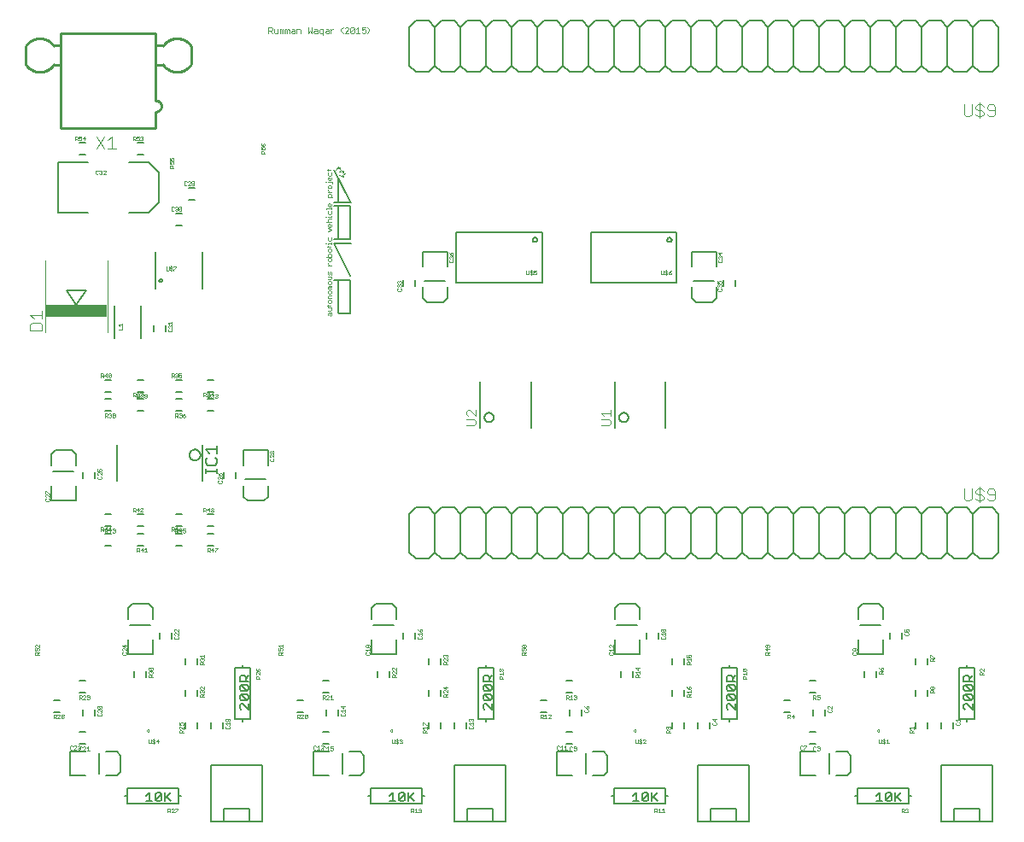
<source format=gto>
G75*
%MOIN*%
%OFA0B0*%
%FSLAX25Y25*%
%IPPOS*%
%LPD*%
%AMOC8*
5,1,8,0,0,1.08239X$1,22.5*
%
%ADD10C,0.00200*%
%ADD11C,0.00100*%
%ADD12C,0.00600*%
%ADD13C,0.00800*%
%ADD14C,0.00500*%
%ADD15C,0.00400*%
%ADD16R,0.24409X0.04921*%
%ADD17C,0.01000*%
D10*
X0121699Y0198948D02*
X0121699Y0199548D01*
X0121999Y0199848D01*
X0122900Y0199848D01*
X0122900Y0198948D01*
X0122600Y0198647D01*
X0122299Y0198948D01*
X0122299Y0199848D01*
X0122600Y0200489D02*
X0122900Y0200789D01*
X0122900Y0201690D01*
X0121699Y0201690D01*
X0121699Y0202330D02*
X0121699Y0202931D01*
X0121399Y0202631D02*
X0122600Y0202631D01*
X0122900Y0202931D01*
X0122600Y0203558D02*
X0122900Y0203858D01*
X0122900Y0204459D01*
X0122600Y0204759D01*
X0121999Y0204759D01*
X0121699Y0204459D01*
X0121699Y0203858D01*
X0121999Y0203558D01*
X0122600Y0203558D01*
X0122900Y0205400D02*
X0121699Y0205400D01*
X0121699Y0206301D01*
X0121999Y0206601D01*
X0122900Y0206601D01*
X0122600Y0207241D02*
X0122900Y0207542D01*
X0122900Y0208142D01*
X0122600Y0208442D01*
X0121999Y0208442D01*
X0121699Y0208142D01*
X0121699Y0207542D01*
X0121999Y0207241D01*
X0122600Y0207241D01*
X0122900Y0209083D02*
X0121699Y0209083D01*
X0121699Y0209383D01*
X0121999Y0209683D01*
X0121699Y0209984D01*
X0121999Y0210284D01*
X0122900Y0210284D01*
X0122900Y0209683D02*
X0121999Y0209683D01*
X0121999Y0210924D02*
X0122600Y0210924D01*
X0122900Y0211225D01*
X0122900Y0211825D01*
X0122600Y0212126D01*
X0121999Y0212126D01*
X0121699Y0211825D01*
X0121699Y0211225D01*
X0121999Y0210924D01*
X0121699Y0212766D02*
X0122600Y0212766D01*
X0122900Y0213066D01*
X0122900Y0213967D01*
X0121699Y0213967D01*
X0121999Y0214608D02*
X0121699Y0214908D01*
X0121699Y0215809D01*
X0122299Y0215508D02*
X0122299Y0214908D01*
X0121999Y0214608D01*
X0122900Y0214608D02*
X0122900Y0215508D01*
X0122600Y0215809D01*
X0122299Y0215508D01*
X0122299Y0218291D02*
X0121699Y0218891D01*
X0121699Y0219192D01*
X0121999Y0219825D02*
X0122600Y0219825D01*
X0122900Y0220126D01*
X0122900Y0220726D01*
X0122600Y0221026D01*
X0121999Y0221026D01*
X0121699Y0220726D01*
X0121699Y0220126D01*
X0121999Y0219825D01*
X0121699Y0218291D02*
X0122900Y0218291D01*
X0122900Y0221667D02*
X0122900Y0222568D01*
X0122600Y0222868D01*
X0121999Y0222868D01*
X0121699Y0222568D01*
X0121699Y0221667D01*
X0121098Y0221667D02*
X0122900Y0221667D01*
X0122600Y0223509D02*
X0122900Y0223809D01*
X0122900Y0224409D01*
X0122600Y0224710D01*
X0121999Y0224710D01*
X0121699Y0224409D01*
X0121699Y0223809D01*
X0121999Y0223509D01*
X0122600Y0223509D01*
X0121699Y0225350D02*
X0121699Y0225951D01*
X0121399Y0225650D02*
X0122600Y0225650D01*
X0122900Y0225951D01*
X0122900Y0226578D02*
X0122900Y0227178D01*
X0122900Y0226878D02*
X0121699Y0226878D01*
X0121699Y0226578D01*
X0121098Y0226878D02*
X0120798Y0226878D01*
X0121999Y0227806D02*
X0122600Y0227806D01*
X0122900Y0228106D01*
X0122900Y0229007D01*
X0121699Y0229007D02*
X0121699Y0228106D01*
X0121999Y0227806D01*
X0121699Y0231489D02*
X0122900Y0232089D01*
X0121699Y0232690D01*
X0121999Y0233330D02*
X0121699Y0233631D01*
X0121699Y0234231D01*
X0121999Y0234531D01*
X0122299Y0234531D01*
X0122299Y0233330D01*
X0121999Y0233330D02*
X0122600Y0233330D01*
X0122900Y0233631D01*
X0122900Y0234231D01*
X0122900Y0235172D02*
X0121098Y0235172D01*
X0121699Y0235472D02*
X0121699Y0236073D01*
X0121999Y0236373D01*
X0122900Y0236373D01*
X0122900Y0237013D02*
X0122900Y0237614D01*
X0122900Y0237314D02*
X0121699Y0237314D01*
X0121699Y0237013D01*
X0121098Y0237314D02*
X0120798Y0237314D01*
X0121999Y0238241D02*
X0122600Y0238241D01*
X0122900Y0238541D01*
X0122900Y0239442D01*
X0122900Y0240083D02*
X0122900Y0240683D01*
X0122900Y0240383D02*
X0121098Y0240383D01*
X0121098Y0240083D01*
X0121699Y0239442D02*
X0121699Y0238541D01*
X0121999Y0238241D01*
X0121699Y0235472D02*
X0121999Y0235172D01*
X0121999Y0241310D02*
X0121699Y0241611D01*
X0121699Y0242211D01*
X0121999Y0242511D01*
X0122299Y0242511D01*
X0122299Y0241310D01*
X0121999Y0241310D02*
X0122600Y0241310D01*
X0122900Y0241611D01*
X0122900Y0242211D01*
X0122900Y0244994D02*
X0122900Y0245894D01*
X0122600Y0246195D01*
X0121999Y0246195D01*
X0121699Y0245894D01*
X0121699Y0244994D01*
X0123501Y0244994D01*
X0122900Y0246835D02*
X0121699Y0246835D01*
X0122299Y0246835D02*
X0121699Y0247436D01*
X0121699Y0247736D01*
X0121999Y0248370D02*
X0122600Y0248370D01*
X0122900Y0248670D01*
X0122900Y0249271D01*
X0122600Y0249571D01*
X0121999Y0249571D01*
X0121699Y0249271D01*
X0121699Y0248670D01*
X0121999Y0248370D01*
X0123501Y0250211D02*
X0123501Y0250512D01*
X0123200Y0250812D01*
X0121699Y0250812D01*
X0121098Y0250812D02*
X0120798Y0250812D01*
X0121699Y0251739D02*
X0121699Y0252340D01*
X0121999Y0252640D01*
X0122299Y0252640D01*
X0122299Y0251439D01*
X0121999Y0251439D02*
X0121699Y0251739D01*
X0121999Y0251439D02*
X0122600Y0251439D01*
X0122900Y0251739D01*
X0122900Y0252340D01*
X0122600Y0253281D02*
X0122900Y0253581D01*
X0122900Y0254482D01*
X0122600Y0255422D02*
X0122900Y0255723D01*
X0122600Y0255422D02*
X0121399Y0255422D01*
X0121699Y0255122D02*
X0121699Y0255723D01*
X0121699Y0254482D02*
X0121699Y0253581D01*
X0121999Y0253281D01*
X0122600Y0253281D01*
X0124700Y0255550D02*
X0125600Y0256750D01*
X0125800Y0256250D01*
X0126500Y0256550D01*
X0126300Y0255750D01*
X0126800Y0255650D01*
X0126100Y0254850D01*
X0127700Y0255250D01*
X0127400Y0254550D01*
X0128500Y0254050D01*
X0127400Y0253550D01*
X0127700Y0252950D01*
X0126100Y0253350D01*
X0122600Y0200489D02*
X0121699Y0200489D01*
X0119811Y0308216D02*
X0119811Y0310418D01*
X0118710Y0310418D01*
X0118343Y0310051D01*
X0118343Y0309317D01*
X0118710Y0308950D01*
X0119811Y0308950D01*
X0120552Y0309317D02*
X0120919Y0309684D01*
X0122020Y0309684D01*
X0122020Y0310051D02*
X0122020Y0308950D01*
X0120919Y0308950D01*
X0120552Y0309317D01*
X0120919Y0310418D02*
X0121653Y0310418D01*
X0122020Y0310051D01*
X0122762Y0310418D02*
X0122762Y0308950D01*
X0122762Y0309684D02*
X0123496Y0310418D01*
X0123863Y0310418D01*
X0126814Y0310418D02*
X0127548Y0311152D01*
X0128287Y0310785D02*
X0128654Y0311152D01*
X0129388Y0311152D01*
X0129755Y0310785D01*
X0129755Y0310418D01*
X0128287Y0308950D01*
X0129755Y0308950D01*
X0130497Y0309317D02*
X0131965Y0310785D01*
X0131965Y0309317D01*
X0131598Y0308950D01*
X0130864Y0308950D01*
X0130497Y0309317D01*
X0130497Y0310785D01*
X0130864Y0311152D01*
X0131598Y0311152D01*
X0131965Y0310785D01*
X0132707Y0310418D02*
X0133441Y0311152D01*
X0133441Y0308950D01*
X0132707Y0308950D02*
X0134175Y0308950D01*
X0134917Y0309317D02*
X0135284Y0308950D01*
X0136018Y0308950D01*
X0136385Y0309317D01*
X0136385Y0310051D01*
X0136018Y0310418D01*
X0135651Y0310418D01*
X0134917Y0310051D01*
X0134917Y0311152D01*
X0136385Y0311152D01*
X0137127Y0311152D02*
X0137861Y0310418D01*
X0137861Y0309684D01*
X0137127Y0308950D01*
X0127548Y0308950D02*
X0126814Y0309684D01*
X0126814Y0310418D01*
X0117601Y0310051D02*
X0117601Y0308950D01*
X0116500Y0308950D01*
X0116133Y0309317D01*
X0116500Y0309684D01*
X0117601Y0309684D01*
X0117601Y0310051D02*
X0117234Y0310418D01*
X0116500Y0310418D01*
X0115391Y0311152D02*
X0115391Y0308950D01*
X0114657Y0309684D01*
X0113923Y0308950D01*
X0113923Y0311152D01*
X0110971Y0310051D02*
X0110604Y0310418D01*
X0109503Y0310418D01*
X0109503Y0308950D01*
X0108761Y0308950D02*
X0107660Y0308950D01*
X0107293Y0309317D01*
X0107660Y0309684D01*
X0108761Y0309684D01*
X0108761Y0310051D02*
X0108761Y0308950D01*
X0108761Y0310051D02*
X0108394Y0310418D01*
X0107660Y0310418D01*
X0106551Y0310051D02*
X0106184Y0310418D01*
X0105817Y0310051D01*
X0105817Y0308950D01*
X0105083Y0308950D02*
X0105083Y0310418D01*
X0105450Y0310418D01*
X0105817Y0310051D01*
X0106551Y0310051D02*
X0106551Y0308950D01*
X0104341Y0308950D02*
X0104341Y0310051D01*
X0103974Y0310418D01*
X0103607Y0310051D01*
X0103607Y0308950D01*
X0102873Y0308950D02*
X0102873Y0310418D01*
X0103240Y0310418D01*
X0103607Y0310051D01*
X0102131Y0310418D02*
X0102131Y0308950D01*
X0101031Y0308950D01*
X0100664Y0309317D01*
X0100664Y0310418D01*
X0099922Y0310785D02*
X0099922Y0310051D01*
X0099555Y0309684D01*
X0098454Y0309684D01*
X0099188Y0309684D02*
X0099922Y0308950D01*
X0098454Y0308950D02*
X0098454Y0311152D01*
X0099555Y0311152D01*
X0099922Y0310785D01*
X0110971Y0310051D02*
X0110971Y0308950D01*
D11*
X0096800Y0265828D02*
X0096550Y0265828D01*
X0096299Y0265577D01*
X0096299Y0264827D01*
X0096800Y0264827D01*
X0097050Y0265077D01*
X0097050Y0265577D01*
X0096800Y0265828D01*
X0095799Y0265327D02*
X0096299Y0264827D01*
X0096299Y0264354D02*
X0096049Y0264104D01*
X0096049Y0263854D01*
X0096299Y0263353D01*
X0095549Y0263353D01*
X0095549Y0264354D01*
X0096299Y0264354D02*
X0096800Y0264354D01*
X0097050Y0264104D01*
X0097050Y0263604D01*
X0096800Y0263353D01*
X0097050Y0262881D02*
X0096550Y0262381D01*
X0096550Y0262631D02*
X0096550Y0261880D01*
X0097050Y0261880D02*
X0095549Y0261880D01*
X0095549Y0262631D01*
X0095799Y0262881D01*
X0096299Y0262881D01*
X0096550Y0262631D01*
X0095799Y0265327D02*
X0095549Y0265828D01*
X0069497Y0250801D02*
X0069247Y0251051D01*
X0068747Y0251051D01*
X0068497Y0250801D01*
X0068497Y0250551D01*
X0068747Y0250301D01*
X0069497Y0250301D01*
X0069497Y0250801D02*
X0069497Y0249800D01*
X0069247Y0249550D01*
X0068747Y0249550D01*
X0068497Y0249800D01*
X0068024Y0249550D02*
X0067023Y0249550D01*
X0068024Y0250551D01*
X0068024Y0250801D01*
X0067774Y0251051D01*
X0067273Y0251051D01*
X0067023Y0250801D01*
X0066551Y0250801D02*
X0066301Y0251051D01*
X0065800Y0251051D01*
X0065550Y0250801D01*
X0065550Y0249800D01*
X0065800Y0249550D01*
X0066301Y0249550D01*
X0066551Y0249800D01*
X0061450Y0256300D02*
X0059949Y0256300D01*
X0059949Y0257051D01*
X0060199Y0257301D01*
X0060699Y0257301D01*
X0060950Y0257051D01*
X0060950Y0256300D01*
X0060950Y0256800D02*
X0061450Y0257301D01*
X0061200Y0257773D02*
X0061450Y0258023D01*
X0061450Y0258524D01*
X0061200Y0258774D01*
X0060699Y0258774D01*
X0060449Y0258524D01*
X0060449Y0258274D01*
X0060699Y0257773D01*
X0059949Y0257773D01*
X0059949Y0258774D01*
X0059949Y0259247D02*
X0060699Y0259247D01*
X0060449Y0259747D01*
X0060449Y0259997D01*
X0060699Y0260247D01*
X0061200Y0260247D01*
X0061450Y0259997D01*
X0061450Y0259497D01*
X0061200Y0259247D01*
X0059949Y0259247D02*
X0059949Y0260247D01*
X0049497Y0267300D02*
X0049247Y0267050D01*
X0048747Y0267050D01*
X0048497Y0267300D01*
X0048024Y0267300D02*
X0047774Y0267050D01*
X0047273Y0267050D01*
X0047023Y0267300D01*
X0047023Y0267801D02*
X0047524Y0268051D01*
X0047774Y0268051D01*
X0048024Y0267801D01*
X0048024Y0267300D01*
X0048997Y0267801D02*
X0049247Y0267801D01*
X0049497Y0267550D01*
X0049497Y0267300D01*
X0049247Y0267801D02*
X0049497Y0268051D01*
X0049497Y0268301D01*
X0049247Y0268551D01*
X0048747Y0268551D01*
X0048497Y0268301D01*
X0048024Y0268551D02*
X0047023Y0268551D01*
X0047023Y0267801D01*
X0046551Y0267801D02*
X0046301Y0267550D01*
X0045550Y0267550D01*
X0045550Y0267050D02*
X0045550Y0268551D01*
X0046301Y0268551D01*
X0046551Y0268301D01*
X0046551Y0267801D01*
X0046050Y0267550D02*
X0046551Y0267050D01*
X0034747Y0255301D02*
X0034247Y0255301D01*
X0033997Y0255051D01*
X0033524Y0255051D02*
X0033524Y0254801D01*
X0033274Y0254551D01*
X0033524Y0254300D01*
X0033524Y0254050D01*
X0033274Y0253800D01*
X0032773Y0253800D01*
X0032523Y0254050D01*
X0032051Y0254050D02*
X0031801Y0253800D01*
X0031300Y0253800D01*
X0031050Y0254050D01*
X0031050Y0255051D01*
X0031300Y0255301D01*
X0031801Y0255301D01*
X0032051Y0255051D01*
X0032523Y0255051D02*
X0032773Y0255301D01*
X0033274Y0255301D01*
X0033524Y0255051D01*
X0033274Y0254551D02*
X0033024Y0254551D01*
X0033997Y0253800D02*
X0034997Y0254801D01*
X0034997Y0255051D01*
X0034747Y0255301D01*
X0034997Y0253800D02*
X0033997Y0253800D01*
X0026747Y0267050D02*
X0026747Y0268551D01*
X0025997Y0267801D01*
X0026997Y0267801D01*
X0025524Y0267801D02*
X0025524Y0267300D01*
X0025274Y0267050D01*
X0024773Y0267050D01*
X0024523Y0267300D01*
X0024523Y0267801D02*
X0025024Y0268051D01*
X0025274Y0268051D01*
X0025524Y0267801D01*
X0025524Y0268551D02*
X0024523Y0268551D01*
X0024523Y0267801D01*
X0024051Y0267801D02*
X0023801Y0267550D01*
X0023050Y0267550D01*
X0023050Y0267050D02*
X0023050Y0268551D01*
X0023801Y0268551D01*
X0024051Y0268301D01*
X0024051Y0267801D01*
X0023550Y0267550D02*
X0024051Y0267050D01*
X0060550Y0240801D02*
X0060550Y0239800D01*
X0060800Y0239550D01*
X0061301Y0239550D01*
X0061551Y0239800D01*
X0062023Y0239800D02*
X0062273Y0239550D01*
X0062774Y0239550D01*
X0063024Y0239800D01*
X0063024Y0240050D01*
X0062774Y0240301D01*
X0062524Y0240301D01*
X0062774Y0240301D02*
X0063024Y0240551D01*
X0063024Y0240801D01*
X0062774Y0241051D01*
X0062273Y0241051D01*
X0062023Y0240801D01*
X0061551Y0240801D02*
X0061301Y0241051D01*
X0060800Y0241051D01*
X0060550Y0240801D01*
X0063497Y0240801D02*
X0063747Y0241051D01*
X0064247Y0241051D01*
X0064497Y0240801D01*
X0063497Y0239800D01*
X0063747Y0239550D01*
X0064247Y0239550D01*
X0064497Y0239800D01*
X0064497Y0240801D01*
X0063497Y0240801D02*
X0063497Y0239800D01*
X0060524Y0218051D02*
X0060524Y0216050D01*
X0060774Y0216300D02*
X0061024Y0216550D01*
X0061024Y0216800D01*
X0060774Y0217051D01*
X0060273Y0217051D01*
X0060023Y0217301D01*
X0060023Y0217551D01*
X0060273Y0217801D01*
X0060774Y0217801D01*
X0061024Y0217551D01*
X0061497Y0217801D02*
X0062497Y0217801D01*
X0062497Y0217551D01*
X0061497Y0216550D01*
X0061497Y0216300D01*
X0060774Y0216300D02*
X0060273Y0216300D01*
X0060023Y0216550D01*
X0059551Y0216550D02*
X0059551Y0217801D01*
X0058550Y0217801D02*
X0058550Y0216550D01*
X0058800Y0216300D01*
X0059301Y0216300D01*
X0059551Y0216550D01*
X0060800Y0196328D02*
X0060800Y0195327D01*
X0060800Y0195827D02*
X0059299Y0195827D01*
X0059799Y0195327D01*
X0059799Y0194854D02*
X0060049Y0194604D01*
X0060300Y0194854D01*
X0060550Y0194854D01*
X0060800Y0194604D01*
X0060800Y0194104D01*
X0060550Y0193853D01*
X0060550Y0193381D02*
X0060800Y0193131D01*
X0060800Y0192630D01*
X0060550Y0192380D01*
X0059549Y0192380D01*
X0059299Y0192630D01*
X0059299Y0193131D01*
X0059549Y0193381D01*
X0059549Y0193853D02*
X0059299Y0194104D01*
X0059299Y0194604D01*
X0059549Y0194854D01*
X0059799Y0194854D01*
X0060049Y0194604D02*
X0060049Y0194354D01*
X0041481Y0194151D02*
X0041481Y0193150D01*
X0039980Y0193150D01*
X0040481Y0194624D02*
X0039980Y0195124D01*
X0041481Y0195124D01*
X0041481Y0194624D02*
X0041481Y0195624D01*
X0036747Y0176051D02*
X0036247Y0176051D01*
X0035997Y0175801D01*
X0035997Y0174800D01*
X0036997Y0175801D01*
X0036997Y0174800D01*
X0036747Y0174550D01*
X0036247Y0174550D01*
X0035997Y0174800D01*
X0035524Y0175301D02*
X0034523Y0175301D01*
X0035274Y0176051D01*
X0035274Y0174550D01*
X0034051Y0174550D02*
X0033550Y0175050D01*
X0033801Y0175050D02*
X0033050Y0175050D01*
X0033050Y0174550D02*
X0033050Y0176051D01*
X0033801Y0176051D01*
X0034051Y0175801D01*
X0034051Y0175301D01*
X0033801Y0175050D01*
X0036747Y0176051D02*
X0036997Y0175801D01*
X0045550Y0168551D02*
X0046301Y0168551D01*
X0046551Y0168301D01*
X0046551Y0167801D01*
X0046301Y0167550D01*
X0045550Y0167550D01*
X0045550Y0167050D02*
X0045550Y0168551D01*
X0046050Y0167550D02*
X0046551Y0167050D01*
X0047023Y0167300D02*
X0047273Y0167050D01*
X0047774Y0167050D01*
X0048024Y0167300D01*
X0048024Y0167550D01*
X0047774Y0167801D01*
X0047524Y0167801D01*
X0047774Y0167801D02*
X0048024Y0168051D01*
X0048024Y0168301D01*
X0047774Y0168551D01*
X0047273Y0168551D01*
X0047023Y0168301D01*
X0047130Y0167951D02*
X0047881Y0167951D01*
X0048131Y0167701D01*
X0048131Y0167201D01*
X0047881Y0166950D01*
X0047130Y0166950D01*
X0047130Y0166450D02*
X0047130Y0167951D01*
X0047631Y0166950D02*
X0048131Y0166450D01*
X0048603Y0166700D02*
X0048854Y0166450D01*
X0049354Y0166450D01*
X0049604Y0166700D01*
X0049604Y0166950D01*
X0049354Y0167201D01*
X0049104Y0167201D01*
X0049354Y0167201D02*
X0049604Y0167451D01*
X0049604Y0167701D01*
X0049354Y0167951D01*
X0048854Y0167951D01*
X0048603Y0167701D01*
X0048497Y0167300D02*
X0048497Y0167050D01*
X0048497Y0167300D02*
X0049497Y0168301D01*
X0049497Y0168551D01*
X0048497Y0168551D01*
X0050077Y0167701D02*
X0050077Y0167451D01*
X0050327Y0167201D01*
X0051078Y0167201D01*
X0051078Y0167701D02*
X0050827Y0167951D01*
X0050327Y0167951D01*
X0050077Y0167701D01*
X0051078Y0167701D02*
X0051078Y0166700D01*
X0050827Y0166450D01*
X0050327Y0166450D01*
X0050077Y0166700D01*
X0038578Y0160201D02*
X0038578Y0159951D01*
X0038327Y0159701D01*
X0037827Y0159701D01*
X0037577Y0159951D01*
X0037577Y0160201D01*
X0037827Y0160451D01*
X0038327Y0160451D01*
X0038578Y0160201D01*
X0038327Y0159701D02*
X0038578Y0159450D01*
X0038578Y0159200D01*
X0038327Y0158950D01*
X0037827Y0158950D01*
X0037577Y0159200D01*
X0037577Y0159450D01*
X0037827Y0159701D01*
X0037104Y0159951D02*
X0036854Y0159701D01*
X0037104Y0159450D01*
X0037104Y0159200D01*
X0036854Y0158950D01*
X0036354Y0158950D01*
X0036103Y0159200D01*
X0035631Y0158950D02*
X0035131Y0159450D01*
X0035381Y0159450D02*
X0034630Y0159450D01*
X0034630Y0158950D02*
X0034630Y0160451D01*
X0035381Y0160451D01*
X0035631Y0160201D01*
X0035631Y0159701D01*
X0035381Y0159450D01*
X0036103Y0160201D02*
X0036354Y0160451D01*
X0036854Y0160451D01*
X0037104Y0160201D01*
X0037104Y0159951D01*
X0036854Y0159701D02*
X0036604Y0159701D01*
X0033050Y0138828D02*
X0033300Y0138577D01*
X0033300Y0138077D01*
X0033050Y0137827D01*
X0032549Y0137827D02*
X0032299Y0138327D01*
X0032299Y0138577D01*
X0032549Y0138828D01*
X0033050Y0138828D01*
X0032549Y0137827D02*
X0031799Y0137827D01*
X0031799Y0138828D01*
X0032049Y0137354D02*
X0031799Y0137104D01*
X0031799Y0136604D01*
X0032049Y0136353D01*
X0032049Y0135881D02*
X0031799Y0135631D01*
X0031799Y0135130D01*
X0032049Y0134880D01*
X0033050Y0134880D01*
X0033300Y0135130D01*
X0033300Y0135631D01*
X0033050Y0135881D01*
X0033300Y0136353D02*
X0032299Y0137354D01*
X0032049Y0137354D01*
X0033300Y0137354D02*
X0033300Y0136353D01*
X0045550Y0123551D02*
X0046301Y0123551D01*
X0046551Y0123301D01*
X0046551Y0122801D01*
X0046301Y0122550D01*
X0045550Y0122550D01*
X0045550Y0122050D02*
X0045550Y0123551D01*
X0046050Y0122550D02*
X0046551Y0122050D01*
X0047023Y0122801D02*
X0048024Y0122801D01*
X0048497Y0123301D02*
X0048747Y0123551D01*
X0049247Y0123551D01*
X0049497Y0123301D01*
X0049497Y0123051D01*
X0048497Y0122050D01*
X0049497Y0122050D01*
X0047774Y0122050D02*
X0047774Y0123551D01*
X0047023Y0122801D01*
X0038578Y0115201D02*
X0038578Y0114951D01*
X0038327Y0114701D01*
X0038578Y0114450D01*
X0038578Y0114200D01*
X0038327Y0113950D01*
X0037827Y0113950D01*
X0037577Y0114200D01*
X0037104Y0114701D02*
X0036103Y0114701D01*
X0036854Y0115451D01*
X0036854Y0113950D01*
X0036747Y0114550D02*
X0036747Y0116051D01*
X0035997Y0115301D01*
X0036997Y0115301D01*
X0037577Y0115201D02*
X0037827Y0115451D01*
X0038327Y0115451D01*
X0038578Y0115201D01*
X0038327Y0114701D02*
X0038077Y0114701D01*
X0035631Y0114701D02*
X0035381Y0114450D01*
X0034630Y0114450D01*
X0034630Y0113950D02*
X0034630Y0115451D01*
X0035381Y0115451D01*
X0035631Y0115201D01*
X0035631Y0114701D01*
X0035274Y0114550D02*
X0035274Y0116051D01*
X0034523Y0115301D01*
X0035524Y0115301D01*
X0035131Y0114450D02*
X0035631Y0113950D01*
X0034051Y0114550D02*
X0033550Y0115050D01*
X0033801Y0115050D02*
X0033050Y0115050D01*
X0033050Y0114550D02*
X0033050Y0116051D01*
X0033801Y0116051D01*
X0034051Y0115801D01*
X0034051Y0115301D01*
X0033801Y0115050D01*
X0047130Y0107951D02*
X0047130Y0106450D01*
X0047130Y0106950D02*
X0047881Y0106950D01*
X0048131Y0107201D01*
X0048131Y0107701D01*
X0047881Y0107951D01*
X0047130Y0107951D01*
X0047631Y0106950D02*
X0048131Y0106450D01*
X0048603Y0107201D02*
X0049604Y0107201D01*
X0050077Y0107451D02*
X0050577Y0107951D01*
X0050577Y0106450D01*
X0050077Y0106450D02*
X0051078Y0106450D01*
X0049354Y0106450D02*
X0049354Y0107951D01*
X0048603Y0107201D01*
X0060550Y0114550D02*
X0060550Y0116051D01*
X0061301Y0116051D01*
X0061551Y0115801D01*
X0061551Y0115301D01*
X0061301Y0115050D01*
X0060550Y0115050D01*
X0061050Y0115050D02*
X0061551Y0114550D01*
X0062130Y0114450D02*
X0062881Y0114450D01*
X0063131Y0114701D01*
X0063131Y0115201D01*
X0062881Y0115451D01*
X0062130Y0115451D01*
X0062130Y0113950D01*
X0062631Y0114450D02*
X0063131Y0113950D01*
X0062774Y0114550D02*
X0062774Y0116051D01*
X0062023Y0115301D01*
X0063024Y0115301D01*
X0063497Y0115301D02*
X0064247Y0115301D01*
X0064497Y0115050D01*
X0064497Y0114800D01*
X0064247Y0114550D01*
X0063747Y0114550D01*
X0063497Y0114800D01*
X0063497Y0115301D01*
X0063997Y0115801D01*
X0064497Y0116051D01*
X0064354Y0115451D02*
X0063603Y0114701D01*
X0064604Y0114701D01*
X0065077Y0114701D02*
X0065577Y0114951D01*
X0065827Y0114951D01*
X0066078Y0114701D01*
X0066078Y0114200D01*
X0065827Y0113950D01*
X0065327Y0113950D01*
X0065077Y0114200D01*
X0065077Y0114701D02*
X0065077Y0115451D01*
X0066078Y0115451D01*
X0064354Y0115451D02*
X0064354Y0113950D01*
X0074630Y0107951D02*
X0074630Y0106450D01*
X0074630Y0106950D02*
X0075381Y0106950D01*
X0075631Y0107201D01*
X0075631Y0107701D01*
X0075381Y0107951D01*
X0074630Y0107951D01*
X0075131Y0106950D02*
X0075631Y0106450D01*
X0076103Y0107201D02*
X0077104Y0107201D01*
X0077577Y0106700D02*
X0077577Y0106450D01*
X0077577Y0106700D02*
X0078578Y0107701D01*
X0078578Y0107951D01*
X0077577Y0107951D01*
X0076854Y0107951D02*
X0076103Y0107201D01*
X0076854Y0107951D02*
X0076854Y0106450D01*
X0076747Y0122050D02*
X0076247Y0122050D01*
X0075997Y0122300D01*
X0075997Y0122550D01*
X0076247Y0122801D01*
X0076747Y0122801D01*
X0076997Y0122550D01*
X0076997Y0122300D01*
X0076747Y0122050D01*
X0076747Y0122801D02*
X0076997Y0123051D01*
X0076997Y0123301D01*
X0076747Y0123551D01*
X0076247Y0123551D01*
X0075997Y0123301D01*
X0075997Y0123051D01*
X0076247Y0122801D01*
X0075524Y0122801D02*
X0074523Y0122801D01*
X0075274Y0123551D01*
X0075274Y0122050D01*
X0074051Y0122050D02*
X0073550Y0122550D01*
X0073801Y0122550D02*
X0073050Y0122550D01*
X0073050Y0122050D02*
X0073050Y0123551D01*
X0073801Y0123551D01*
X0074051Y0123301D01*
X0074051Y0122801D01*
X0073801Y0122550D01*
X0078949Y0133300D02*
X0079950Y0133300D01*
X0080200Y0133550D01*
X0080200Y0134051D01*
X0079950Y0134301D01*
X0080200Y0134773D02*
X0079199Y0135774D01*
X0078949Y0135774D01*
X0078699Y0135524D01*
X0078699Y0135023D01*
X0078949Y0134773D01*
X0078949Y0134301D02*
X0078699Y0134051D01*
X0078699Y0133550D01*
X0078949Y0133300D01*
X0080200Y0134773D02*
X0080200Y0135774D01*
X0079950Y0136247D02*
X0080200Y0136497D01*
X0080200Y0136997D01*
X0079950Y0137247D01*
X0079700Y0137247D01*
X0079449Y0136997D01*
X0079449Y0136247D01*
X0079950Y0136247D01*
X0079449Y0136247D02*
X0078949Y0136747D01*
X0078699Y0137247D01*
X0098986Y0142130D02*
X0099236Y0141880D01*
X0100237Y0141880D01*
X0100487Y0142130D01*
X0100487Y0142631D01*
X0100237Y0142881D01*
X0100487Y0143353D02*
X0099486Y0144354D01*
X0099236Y0144354D01*
X0098986Y0144104D01*
X0098986Y0143604D01*
X0099236Y0143353D01*
X0099236Y0142881D02*
X0098986Y0142631D01*
X0098986Y0142130D01*
X0100487Y0143353D02*
X0100487Y0144354D01*
X0100237Y0144827D02*
X0099987Y0144827D01*
X0099736Y0145077D01*
X0099736Y0145577D01*
X0099987Y0145828D01*
X0100237Y0145828D01*
X0100487Y0145577D01*
X0100487Y0145077D01*
X0100237Y0144827D01*
X0099736Y0145077D02*
X0099486Y0144827D01*
X0099236Y0144827D01*
X0098986Y0145077D01*
X0098986Y0145577D01*
X0099236Y0145828D01*
X0099486Y0145828D01*
X0099736Y0145577D01*
X0078578Y0166700D02*
X0078327Y0166450D01*
X0077827Y0166450D01*
X0077577Y0166700D01*
X0077104Y0166700D02*
X0076854Y0166450D01*
X0076354Y0166450D01*
X0076103Y0166700D01*
X0075631Y0166450D02*
X0075131Y0166950D01*
X0075274Y0167050D02*
X0074773Y0167050D01*
X0074523Y0167300D01*
X0074630Y0166950D02*
X0075381Y0166950D01*
X0075631Y0167201D01*
X0075631Y0167701D01*
X0075381Y0167951D01*
X0074630Y0167951D01*
X0074630Y0166450D01*
X0074051Y0167050D02*
X0073550Y0167550D01*
X0073801Y0167550D02*
X0073050Y0167550D01*
X0073050Y0167050D02*
X0073050Y0168551D01*
X0073801Y0168551D01*
X0074051Y0168301D01*
X0074051Y0167801D01*
X0073801Y0167550D01*
X0074523Y0168301D02*
X0074773Y0168551D01*
X0075274Y0168551D01*
X0075524Y0168301D01*
X0075524Y0168051D01*
X0075274Y0167801D01*
X0075524Y0167550D01*
X0075524Y0167300D01*
X0075274Y0167050D01*
X0075274Y0167801D02*
X0075024Y0167801D01*
X0075997Y0167801D02*
X0076997Y0167801D01*
X0077104Y0167701D02*
X0077104Y0167451D01*
X0076854Y0167201D01*
X0077104Y0166950D01*
X0077104Y0166700D01*
X0076747Y0167050D02*
X0076747Y0168551D01*
X0075997Y0167801D01*
X0076103Y0167701D02*
X0076354Y0167951D01*
X0076854Y0167951D01*
X0077104Y0167701D01*
X0077577Y0167701D02*
X0077827Y0167951D01*
X0078327Y0167951D01*
X0078578Y0167701D01*
X0078578Y0167451D01*
X0078327Y0167201D01*
X0078578Y0166950D01*
X0078578Y0166700D01*
X0078327Y0167201D02*
X0078077Y0167201D01*
X0076854Y0167201D02*
X0076604Y0167201D01*
X0066078Y0160451D02*
X0065577Y0160201D01*
X0065077Y0159701D01*
X0065827Y0159701D01*
X0066078Y0159450D01*
X0066078Y0159200D01*
X0065827Y0158950D01*
X0065327Y0158950D01*
X0065077Y0159200D01*
X0065077Y0159701D01*
X0064604Y0159951D02*
X0064354Y0159701D01*
X0064604Y0159450D01*
X0064604Y0159200D01*
X0064354Y0158950D01*
X0063854Y0158950D01*
X0063603Y0159200D01*
X0063131Y0158950D02*
X0062631Y0159450D01*
X0062881Y0159450D02*
X0062130Y0159450D01*
X0062130Y0158950D02*
X0062130Y0160451D01*
X0062881Y0160451D01*
X0063131Y0160201D01*
X0063131Y0159701D01*
X0062881Y0159450D01*
X0063603Y0160201D02*
X0063854Y0160451D01*
X0064354Y0160451D01*
X0064604Y0160201D01*
X0064604Y0159951D01*
X0064354Y0159701D02*
X0064104Y0159701D01*
X0064247Y0174550D02*
X0063747Y0174550D01*
X0063497Y0174800D01*
X0063024Y0174800D02*
X0062774Y0174550D01*
X0062273Y0174550D01*
X0062023Y0174800D01*
X0061551Y0174550D02*
X0061050Y0175050D01*
X0061301Y0175050D02*
X0060550Y0175050D01*
X0060550Y0174550D02*
X0060550Y0176051D01*
X0061301Y0176051D01*
X0061551Y0175801D01*
X0061551Y0175301D01*
X0061301Y0175050D01*
X0062023Y0175801D02*
X0062273Y0176051D01*
X0062774Y0176051D01*
X0063024Y0175801D01*
X0063024Y0175551D01*
X0062774Y0175301D01*
X0063024Y0175050D01*
X0063024Y0174800D01*
X0062774Y0175301D02*
X0062524Y0175301D01*
X0063497Y0175301D02*
X0063997Y0175551D01*
X0064247Y0175551D01*
X0064497Y0175301D01*
X0064497Y0174800D01*
X0064247Y0174550D01*
X0063497Y0175301D02*
X0063497Y0176051D01*
X0064497Y0176051D01*
X0013013Y0129247D02*
X0012763Y0129247D01*
X0011762Y0130247D01*
X0011512Y0130247D01*
X0011512Y0129247D01*
X0011762Y0128774D02*
X0011512Y0128524D01*
X0011512Y0128023D01*
X0011762Y0127773D01*
X0011762Y0127301D02*
X0011512Y0127051D01*
X0011512Y0126550D01*
X0011762Y0126300D01*
X0012763Y0126300D01*
X0013013Y0126550D01*
X0013013Y0127051D01*
X0012763Y0127301D01*
X0013013Y0127773D02*
X0012012Y0128774D01*
X0011762Y0128774D01*
X0013013Y0128774D02*
X0013013Y0127773D01*
X0062049Y0076328D02*
X0061799Y0076077D01*
X0061799Y0075577D01*
X0062049Y0075327D01*
X0062049Y0074854D02*
X0061799Y0074604D01*
X0061799Y0074104D01*
X0062049Y0073853D01*
X0062049Y0073381D02*
X0061799Y0073131D01*
X0061799Y0072630D01*
X0062049Y0072380D01*
X0063050Y0072380D01*
X0063300Y0072630D01*
X0063300Y0073131D01*
X0063050Y0073381D01*
X0063300Y0073853D02*
X0062299Y0074854D01*
X0062049Y0074854D01*
X0063300Y0074854D02*
X0063300Y0073853D01*
X0063300Y0075327D02*
X0062299Y0076328D01*
X0062049Y0076328D01*
X0063300Y0076328D02*
X0063300Y0075327D01*
X0071799Y0065827D02*
X0073300Y0065827D01*
X0073300Y0065327D02*
X0073300Y0066328D01*
X0072299Y0065327D02*
X0071799Y0065827D01*
X0072049Y0064854D02*
X0072299Y0064854D01*
X0072549Y0064604D01*
X0072800Y0064854D01*
X0073050Y0064854D01*
X0073300Y0064604D01*
X0073300Y0064104D01*
X0073050Y0063853D01*
X0073300Y0063381D02*
X0072800Y0062881D01*
X0072800Y0063131D02*
X0072800Y0062380D01*
X0073300Y0062380D02*
X0071799Y0062380D01*
X0071799Y0063131D01*
X0072049Y0063381D01*
X0072549Y0063381D01*
X0072800Y0063131D01*
X0072049Y0063853D02*
X0071799Y0064104D01*
X0071799Y0064604D01*
X0072049Y0064854D01*
X0072549Y0064604D02*
X0072549Y0064354D01*
X0072299Y0053828D02*
X0072049Y0053828D01*
X0071799Y0053577D01*
X0071799Y0053077D01*
X0072049Y0052827D01*
X0072049Y0052354D02*
X0072299Y0052354D01*
X0072549Y0052104D01*
X0072800Y0052354D01*
X0073050Y0052354D01*
X0073300Y0052104D01*
X0073300Y0051604D01*
X0073050Y0051353D01*
X0073300Y0050881D02*
X0072800Y0050381D01*
X0072800Y0050631D02*
X0072800Y0049880D01*
X0073300Y0049880D02*
X0071799Y0049880D01*
X0071799Y0050631D01*
X0072049Y0050881D01*
X0072549Y0050881D01*
X0072800Y0050631D01*
X0072049Y0051353D02*
X0071799Y0051604D01*
X0071799Y0052104D01*
X0072049Y0052354D01*
X0072549Y0052104D02*
X0072549Y0051854D01*
X0073300Y0052827D02*
X0072299Y0053828D01*
X0073300Y0053828D02*
X0073300Y0052827D01*
X0082049Y0041328D02*
X0081799Y0041077D01*
X0081799Y0040577D01*
X0082049Y0040327D01*
X0082299Y0040327D01*
X0082549Y0040577D01*
X0082549Y0041328D01*
X0082049Y0041328D02*
X0083050Y0041328D01*
X0083300Y0041077D01*
X0083300Y0040577D01*
X0083050Y0040327D01*
X0083300Y0039854D02*
X0083300Y0038853D01*
X0083300Y0039354D02*
X0081799Y0039354D01*
X0082299Y0038853D01*
X0082049Y0038381D02*
X0081799Y0038131D01*
X0081799Y0037630D01*
X0082049Y0037380D01*
X0083050Y0037380D01*
X0083300Y0037630D01*
X0083300Y0038131D01*
X0083050Y0038381D01*
X0065200Y0038274D02*
X0065200Y0037273D01*
X0064199Y0038274D01*
X0063949Y0038274D01*
X0063699Y0038024D01*
X0063699Y0037523D01*
X0063949Y0037273D01*
X0063949Y0036801D02*
X0064449Y0036801D01*
X0064700Y0036551D01*
X0064700Y0035800D01*
X0065200Y0035800D02*
X0063699Y0035800D01*
X0063699Y0036551D01*
X0063949Y0036801D01*
X0064700Y0036300D02*
X0065200Y0036801D01*
X0064950Y0038747D02*
X0065200Y0038997D01*
X0065200Y0039497D01*
X0064950Y0039747D01*
X0064449Y0039747D01*
X0064199Y0039497D01*
X0064199Y0039247D01*
X0064449Y0038747D01*
X0063699Y0038747D01*
X0063699Y0039747D01*
X0055327Y0033201D02*
X0054577Y0032451D01*
X0055578Y0032451D01*
X0055327Y0033201D02*
X0055327Y0031700D01*
X0054104Y0031950D02*
X0054104Y0032200D01*
X0053854Y0032451D01*
X0053354Y0032451D01*
X0053103Y0032701D01*
X0053103Y0032951D01*
X0053354Y0033201D01*
X0053854Y0033201D01*
X0054104Y0032951D01*
X0053604Y0033451D02*
X0053604Y0031450D01*
X0053854Y0031700D02*
X0054104Y0031950D01*
X0053854Y0031700D02*
X0053354Y0031700D01*
X0053103Y0031950D01*
X0052631Y0031950D02*
X0052631Y0033201D01*
X0051630Y0033201D02*
X0051630Y0031950D01*
X0051880Y0031700D01*
X0052381Y0031700D01*
X0052631Y0031950D01*
X0051600Y0036300D02*
X0051784Y0036483D01*
X0051784Y0036850D01*
X0051600Y0037034D01*
X0051233Y0037034D01*
X0051050Y0036850D01*
X0051050Y0036483D01*
X0051233Y0036300D01*
X0051600Y0036300D01*
X0033300Y0042630D02*
X0033050Y0042380D01*
X0032049Y0042380D01*
X0031799Y0042630D01*
X0031799Y0043131D01*
X0032049Y0043381D01*
X0032049Y0043853D02*
X0031799Y0044104D01*
X0031799Y0044604D01*
X0032049Y0044854D01*
X0032299Y0044854D01*
X0033300Y0043853D01*
X0033300Y0044854D01*
X0033050Y0045327D02*
X0032049Y0046328D01*
X0033050Y0046328D01*
X0033300Y0046077D01*
X0033300Y0045577D01*
X0033050Y0045327D01*
X0032049Y0045327D01*
X0031799Y0045577D01*
X0031799Y0046077D01*
X0032049Y0046328D01*
X0033050Y0043381D02*
X0033300Y0043131D01*
X0033300Y0042630D01*
X0028327Y0048950D02*
X0028578Y0049200D01*
X0028578Y0050201D01*
X0028327Y0050451D01*
X0027827Y0050451D01*
X0027577Y0050201D01*
X0027577Y0049951D01*
X0027827Y0049701D01*
X0028578Y0049701D01*
X0028327Y0048950D02*
X0027827Y0048950D01*
X0027577Y0049200D01*
X0027104Y0048950D02*
X0026103Y0048950D01*
X0027104Y0049951D01*
X0027104Y0050201D01*
X0026854Y0050451D01*
X0026354Y0050451D01*
X0026103Y0050201D01*
X0025631Y0050201D02*
X0025631Y0049701D01*
X0025381Y0049450D01*
X0024630Y0049450D01*
X0024630Y0048950D02*
X0024630Y0050451D01*
X0025381Y0050451D01*
X0025631Y0050201D01*
X0025131Y0049450D02*
X0025631Y0048950D01*
X0018578Y0042701D02*
X0018578Y0042451D01*
X0018327Y0042201D01*
X0017827Y0042201D01*
X0017577Y0042451D01*
X0017577Y0042701D01*
X0017827Y0042951D01*
X0018327Y0042951D01*
X0018578Y0042701D01*
X0018327Y0042201D02*
X0018578Y0041950D01*
X0018578Y0041700D01*
X0018327Y0041450D01*
X0017827Y0041450D01*
X0017577Y0041700D01*
X0017577Y0041950D01*
X0017827Y0042201D01*
X0017104Y0042451D02*
X0016103Y0041450D01*
X0017104Y0041450D01*
X0017104Y0042451D02*
X0017104Y0042701D01*
X0016854Y0042951D01*
X0016354Y0042951D01*
X0016103Y0042701D01*
X0015631Y0042701D02*
X0015631Y0042201D01*
X0015381Y0041950D01*
X0014630Y0041950D01*
X0014630Y0041450D02*
X0014630Y0042951D01*
X0015381Y0042951D01*
X0015631Y0042701D01*
X0015131Y0041950D02*
X0015631Y0041450D01*
X0021300Y0030738D02*
X0021050Y0030488D01*
X0021050Y0029487D01*
X0021300Y0029237D01*
X0021801Y0029237D01*
X0022051Y0029487D01*
X0022523Y0029237D02*
X0023524Y0030238D01*
X0023524Y0030488D01*
X0023274Y0030738D01*
X0022773Y0030738D01*
X0022523Y0030488D01*
X0022051Y0030488D02*
X0021801Y0030738D01*
X0021300Y0030738D01*
X0022523Y0029237D02*
X0023524Y0029237D01*
X0023997Y0029487D02*
X0024247Y0029237D01*
X0024747Y0029237D01*
X0024997Y0029487D01*
X0024997Y0029737D01*
X0024747Y0029988D01*
X0024497Y0029988D01*
X0024747Y0029988D02*
X0024997Y0030238D01*
X0024997Y0030488D01*
X0024747Y0030738D01*
X0024247Y0030738D01*
X0023997Y0030488D01*
X0024630Y0030201D02*
X0024630Y0029200D01*
X0024880Y0028950D01*
X0025381Y0028950D01*
X0025631Y0029200D01*
X0026103Y0028950D02*
X0027104Y0029951D01*
X0027104Y0030201D01*
X0026854Y0030451D01*
X0026354Y0030451D01*
X0026103Y0030201D01*
X0025631Y0030201D02*
X0025381Y0030451D01*
X0024880Y0030451D01*
X0024630Y0030201D01*
X0026103Y0028950D02*
X0027104Y0028950D01*
X0027577Y0028950D02*
X0028578Y0028950D01*
X0028077Y0028950D02*
X0028077Y0030451D01*
X0027577Y0029951D01*
X0051799Y0057380D02*
X0051799Y0058131D01*
X0052049Y0058381D01*
X0052549Y0058381D01*
X0052800Y0058131D01*
X0052800Y0057380D01*
X0053300Y0057380D02*
X0051799Y0057380D01*
X0052800Y0057881D02*
X0053300Y0058381D01*
X0053050Y0058853D02*
X0053300Y0059104D01*
X0053300Y0059604D01*
X0053050Y0059854D01*
X0052800Y0059854D01*
X0052549Y0059604D01*
X0052549Y0059354D01*
X0052549Y0059604D02*
X0052299Y0059854D01*
X0052049Y0059854D01*
X0051799Y0059604D01*
X0051799Y0059104D01*
X0052049Y0058853D01*
X0052049Y0060327D02*
X0051799Y0060577D01*
X0051799Y0061077D01*
X0052049Y0061328D01*
X0053050Y0060327D01*
X0053300Y0060577D01*
X0053300Y0061077D01*
X0053050Y0061328D01*
X0052049Y0061328D01*
X0052049Y0060327D02*
X0053050Y0060327D01*
X0043013Y0066550D02*
X0043013Y0067051D01*
X0042763Y0067301D01*
X0043013Y0067773D02*
X0042012Y0068774D01*
X0041762Y0068774D01*
X0041512Y0068524D01*
X0041512Y0068023D01*
X0041762Y0067773D01*
X0041762Y0067301D02*
X0041512Y0067051D01*
X0041512Y0066550D01*
X0041762Y0066300D01*
X0042763Y0066300D01*
X0043013Y0066550D01*
X0043013Y0067773D02*
X0043013Y0068774D01*
X0042262Y0069247D02*
X0042262Y0070247D01*
X0041512Y0069997D02*
X0042262Y0069247D01*
X0041512Y0069997D02*
X0043013Y0069997D01*
X0008950Y0070247D02*
X0008950Y0069247D01*
X0007949Y0070247D01*
X0007699Y0070247D01*
X0007449Y0069997D01*
X0007449Y0069497D01*
X0007699Y0069247D01*
X0007449Y0068774D02*
X0007449Y0067773D01*
X0008199Y0067773D01*
X0007949Y0068274D01*
X0007949Y0068524D01*
X0008199Y0068774D01*
X0008700Y0068774D01*
X0008950Y0068524D01*
X0008950Y0068023D01*
X0008700Y0067773D01*
X0008950Y0067301D02*
X0008450Y0066800D01*
X0008450Y0067051D02*
X0008450Y0066300D01*
X0008950Y0066300D02*
X0007449Y0066300D01*
X0007449Y0067051D01*
X0007699Y0067301D01*
X0008199Y0067301D01*
X0008450Y0067051D01*
X0059130Y0006201D02*
X0059881Y0006201D01*
X0060131Y0005951D01*
X0060131Y0005451D01*
X0059881Y0005200D01*
X0059130Y0005200D01*
X0059130Y0004700D02*
X0059130Y0006201D01*
X0059631Y0005200D02*
X0060131Y0004700D01*
X0060603Y0004700D02*
X0061604Y0005701D01*
X0061604Y0005951D01*
X0061354Y0006201D01*
X0060854Y0006201D01*
X0060603Y0005951D01*
X0060603Y0004700D02*
X0061604Y0004700D01*
X0062077Y0004700D02*
X0062077Y0004950D01*
X0063078Y0005951D01*
X0063078Y0006201D01*
X0062077Y0006201D01*
X0109630Y0041450D02*
X0109630Y0042951D01*
X0110381Y0042951D01*
X0110631Y0042701D01*
X0110631Y0042201D01*
X0110381Y0041950D01*
X0109630Y0041950D01*
X0110131Y0041950D02*
X0110631Y0041450D01*
X0111103Y0041450D02*
X0112104Y0042451D01*
X0112104Y0042701D01*
X0111854Y0042951D01*
X0111354Y0042951D01*
X0111103Y0042701D01*
X0111103Y0041450D02*
X0112104Y0041450D01*
X0112577Y0041700D02*
X0113578Y0042701D01*
X0113578Y0041700D01*
X0113327Y0041450D01*
X0112827Y0041450D01*
X0112577Y0041700D01*
X0112577Y0042701D01*
X0112827Y0042951D01*
X0113327Y0042951D01*
X0113578Y0042701D01*
X0119630Y0048950D02*
X0119630Y0050451D01*
X0120381Y0050451D01*
X0120631Y0050201D01*
X0120631Y0049701D01*
X0120381Y0049450D01*
X0119630Y0049450D01*
X0120131Y0049450D02*
X0120631Y0048950D01*
X0121103Y0048950D02*
X0122104Y0049951D01*
X0122104Y0050201D01*
X0121854Y0050451D01*
X0121354Y0050451D01*
X0121103Y0050201D01*
X0121103Y0048950D02*
X0122104Y0048950D01*
X0122577Y0048950D02*
X0123578Y0048950D01*
X0123077Y0048950D02*
X0123077Y0050451D01*
X0122577Y0049951D01*
X0126799Y0046077D02*
X0127549Y0045327D01*
X0127549Y0046328D01*
X0126799Y0046077D02*
X0128300Y0046077D01*
X0128300Y0044854D02*
X0128300Y0043853D01*
X0128300Y0044354D02*
X0126799Y0044354D01*
X0127299Y0043853D01*
X0127049Y0043381D02*
X0126799Y0043131D01*
X0126799Y0042630D01*
X0127049Y0042380D01*
X0128050Y0042380D01*
X0128300Y0042630D01*
X0128300Y0043131D01*
X0128050Y0043381D01*
X0123578Y0030451D02*
X0122577Y0030451D01*
X0122577Y0029701D01*
X0123077Y0029951D01*
X0123327Y0029951D01*
X0123578Y0029701D01*
X0123578Y0029200D01*
X0123327Y0028950D01*
X0122827Y0028950D01*
X0122577Y0029200D01*
X0122104Y0028950D02*
X0121103Y0028950D01*
X0121604Y0028950D02*
X0121604Y0030451D01*
X0121103Y0029951D01*
X0120631Y0030201D02*
X0120381Y0030451D01*
X0119880Y0030451D01*
X0119630Y0030201D01*
X0119630Y0029200D01*
X0119880Y0028950D01*
X0120381Y0028950D01*
X0120631Y0029200D01*
X0119997Y0030488D02*
X0118997Y0029487D01*
X0118997Y0029237D01*
X0118524Y0029237D02*
X0117523Y0029237D01*
X0118024Y0029237D02*
X0118024Y0030738D01*
X0117523Y0030238D01*
X0117051Y0030488D02*
X0116801Y0030738D01*
X0116300Y0030738D01*
X0116050Y0030488D01*
X0116050Y0029487D01*
X0116300Y0029237D01*
X0116801Y0029237D01*
X0117051Y0029487D01*
X0118997Y0030738D02*
X0119997Y0030738D01*
X0119997Y0030488D01*
X0146630Y0031950D02*
X0146880Y0031700D01*
X0147381Y0031700D01*
X0147631Y0031950D01*
X0147631Y0033201D01*
X0148103Y0032951D02*
X0148354Y0033201D01*
X0148854Y0033201D01*
X0149104Y0032951D01*
X0149577Y0032951D02*
X0149827Y0033201D01*
X0150327Y0033201D01*
X0150578Y0032951D01*
X0150578Y0032701D01*
X0150327Y0032451D01*
X0150578Y0032200D01*
X0150578Y0031950D01*
X0150327Y0031700D01*
X0149827Y0031700D01*
X0149577Y0031950D01*
X0149104Y0031950D02*
X0149104Y0032200D01*
X0148854Y0032451D01*
X0148354Y0032451D01*
X0148103Y0032701D01*
X0148103Y0032951D01*
X0148604Y0033451D02*
X0148604Y0031450D01*
X0148854Y0031700D02*
X0149104Y0031950D01*
X0148854Y0031700D02*
X0148354Y0031700D01*
X0148103Y0031950D01*
X0146630Y0031950D02*
X0146630Y0033201D01*
X0146600Y0036300D02*
X0146784Y0036483D01*
X0146784Y0036850D01*
X0146600Y0037034D01*
X0146233Y0037034D01*
X0146050Y0036850D01*
X0146050Y0036483D01*
X0146233Y0036300D01*
X0146600Y0036300D01*
X0150077Y0032451D02*
X0150327Y0032451D01*
X0158699Y0035800D02*
X0158699Y0036551D01*
X0158949Y0036801D01*
X0159449Y0036801D01*
X0159700Y0036551D01*
X0159700Y0035800D01*
X0160200Y0035800D02*
X0158699Y0035800D01*
X0159700Y0036300D02*
X0160200Y0036801D01*
X0160200Y0037273D02*
X0160200Y0038274D01*
X0160200Y0038747D02*
X0159950Y0038747D01*
X0158949Y0039747D01*
X0158699Y0039747D01*
X0158699Y0038747D01*
X0158699Y0037774D02*
X0160200Y0037774D01*
X0159199Y0037273D02*
X0158699Y0037774D01*
X0166799Y0049880D02*
X0166799Y0050631D01*
X0167049Y0050881D01*
X0167549Y0050881D01*
X0167800Y0050631D01*
X0167800Y0049880D01*
X0168300Y0049880D02*
X0166799Y0049880D01*
X0167800Y0050381D02*
X0168300Y0050881D01*
X0168300Y0051353D02*
X0167299Y0052354D01*
X0167049Y0052354D01*
X0166799Y0052104D01*
X0166799Y0051604D01*
X0167049Y0051353D01*
X0168300Y0051353D02*
X0168300Y0052354D01*
X0167549Y0052827D02*
X0167549Y0053828D01*
X0166799Y0053577D02*
X0167549Y0052827D01*
X0166799Y0053577D02*
X0168300Y0053577D01*
X0168300Y0062380D02*
X0166799Y0062380D01*
X0166799Y0063131D01*
X0167049Y0063381D01*
X0167549Y0063381D01*
X0167800Y0063131D01*
X0167800Y0062380D01*
X0167800Y0062881D02*
X0168300Y0063381D01*
X0168300Y0063853D02*
X0167299Y0064854D01*
X0167049Y0064854D01*
X0166799Y0064604D01*
X0166799Y0064104D01*
X0167049Y0063853D01*
X0168300Y0063853D02*
X0168300Y0064854D01*
X0168050Y0065327D02*
X0168300Y0065577D01*
X0168300Y0066077D01*
X0168050Y0066328D01*
X0167800Y0066328D01*
X0167549Y0066077D01*
X0167549Y0065827D01*
X0167549Y0066077D02*
X0167299Y0066328D01*
X0167049Y0066328D01*
X0166799Y0066077D01*
X0166799Y0065577D01*
X0167049Y0065327D01*
X0158300Y0072630D02*
X0158300Y0073131D01*
X0158050Y0073381D01*
X0158300Y0073853D02*
X0158300Y0074854D01*
X0158300Y0074354D02*
X0156799Y0074354D01*
X0157299Y0073853D01*
X0157049Y0073381D02*
X0156799Y0073131D01*
X0156799Y0072630D01*
X0157049Y0072380D01*
X0158050Y0072380D01*
X0158300Y0072630D01*
X0158050Y0075327D02*
X0158300Y0075577D01*
X0158300Y0076077D01*
X0158050Y0076328D01*
X0157800Y0076328D01*
X0157549Y0076077D01*
X0157549Y0075327D01*
X0158050Y0075327D01*
X0157549Y0075327D02*
X0157049Y0075827D01*
X0156799Y0076328D01*
X0138013Y0069997D02*
X0138013Y0069497D01*
X0137763Y0069247D01*
X0137513Y0069247D01*
X0137262Y0069497D01*
X0137262Y0069997D01*
X0137513Y0070247D01*
X0137763Y0070247D01*
X0138013Y0069997D01*
X0137262Y0069997D02*
X0137012Y0070247D01*
X0136762Y0070247D01*
X0136512Y0069997D01*
X0136512Y0069497D01*
X0136762Y0069247D01*
X0137012Y0069247D01*
X0137262Y0069497D01*
X0138013Y0068774D02*
X0138013Y0067773D01*
X0138013Y0068274D02*
X0136512Y0068274D01*
X0137012Y0067773D01*
X0136762Y0067301D02*
X0136512Y0067051D01*
X0136512Y0066550D01*
X0136762Y0066300D01*
X0137763Y0066300D01*
X0138013Y0066550D01*
X0138013Y0067051D01*
X0137763Y0067301D01*
X0146799Y0061077D02*
X0146799Y0060577D01*
X0147049Y0060327D01*
X0147049Y0059854D02*
X0146799Y0059604D01*
X0146799Y0059104D01*
X0147049Y0058853D01*
X0147049Y0058381D02*
X0147549Y0058381D01*
X0147800Y0058131D01*
X0147800Y0057380D01*
X0148300Y0057380D02*
X0146799Y0057380D01*
X0146799Y0058131D01*
X0147049Y0058381D01*
X0147800Y0057881D02*
X0148300Y0058381D01*
X0148300Y0058853D02*
X0147299Y0059854D01*
X0147049Y0059854D01*
X0146799Y0061077D02*
X0147049Y0061328D01*
X0147299Y0061328D01*
X0148300Y0060327D01*
X0148300Y0061328D01*
X0148300Y0059854D02*
X0148300Y0058853D01*
X0176799Y0041077D02*
X0177049Y0041328D01*
X0177299Y0041328D01*
X0177549Y0041077D01*
X0177800Y0041328D01*
X0178050Y0041328D01*
X0178300Y0041077D01*
X0178300Y0040577D01*
X0178050Y0040327D01*
X0178300Y0039854D02*
X0178300Y0038853D01*
X0178300Y0039354D02*
X0176799Y0039354D01*
X0177299Y0038853D01*
X0177049Y0038381D02*
X0176799Y0038131D01*
X0176799Y0037630D01*
X0177049Y0037380D01*
X0178050Y0037380D01*
X0178300Y0037630D01*
X0178300Y0038131D01*
X0178050Y0038381D01*
X0177049Y0040327D02*
X0176799Y0040577D01*
X0176799Y0041077D01*
X0177549Y0041077D02*
X0177549Y0040827D01*
X0188549Y0056880D02*
X0188549Y0057631D01*
X0188799Y0057881D01*
X0189299Y0057881D01*
X0189550Y0057631D01*
X0189550Y0056880D01*
X0190050Y0056880D02*
X0188549Y0056880D01*
X0189550Y0057381D02*
X0190050Y0057881D01*
X0190050Y0058353D02*
X0190050Y0059354D01*
X0190050Y0058854D02*
X0188549Y0058854D01*
X0189049Y0058353D01*
X0189049Y0059827D02*
X0188799Y0059827D01*
X0188549Y0060077D01*
X0188549Y0060577D01*
X0188799Y0060828D01*
X0189049Y0060828D01*
X0189299Y0060577D01*
X0189299Y0060077D01*
X0189049Y0059827D01*
X0189299Y0060077D02*
X0189550Y0059827D01*
X0189800Y0059827D01*
X0190050Y0060077D01*
X0190050Y0060577D01*
X0189800Y0060828D01*
X0189550Y0060828D01*
X0189299Y0060577D01*
X0197449Y0066300D02*
X0197449Y0067051D01*
X0197699Y0067301D01*
X0198199Y0067301D01*
X0198450Y0067051D01*
X0198450Y0066300D01*
X0198950Y0066300D02*
X0197449Y0066300D01*
X0198450Y0066800D02*
X0198950Y0067301D01*
X0198700Y0067773D02*
X0198950Y0068023D01*
X0198950Y0068524D01*
X0198700Y0068774D01*
X0198199Y0068774D01*
X0197949Y0068524D01*
X0197949Y0068274D01*
X0198199Y0067773D01*
X0197449Y0067773D01*
X0197449Y0068774D01*
X0197699Y0069247D02*
X0197449Y0069497D01*
X0197449Y0069997D01*
X0197699Y0070247D01*
X0198700Y0069247D01*
X0198950Y0069497D01*
X0198950Y0069997D01*
X0198700Y0070247D01*
X0197699Y0070247D01*
X0197699Y0069247D02*
X0198700Y0069247D01*
X0214630Y0050451D02*
X0215381Y0050451D01*
X0215631Y0050201D01*
X0215631Y0049701D01*
X0215381Y0049450D01*
X0214630Y0049450D01*
X0214630Y0048950D02*
X0214630Y0050451D01*
X0215131Y0049450D02*
X0215631Y0048950D01*
X0216103Y0048950D02*
X0217104Y0048950D01*
X0216604Y0048950D02*
X0216604Y0050451D01*
X0216103Y0049951D01*
X0217577Y0050201D02*
X0217827Y0050451D01*
X0218327Y0050451D01*
X0218578Y0050201D01*
X0218578Y0049951D01*
X0218327Y0049701D01*
X0218578Y0049450D01*
X0218578Y0049200D01*
X0218327Y0048950D01*
X0217827Y0048950D01*
X0217577Y0049200D01*
X0218077Y0049701D02*
X0218327Y0049701D01*
X0221799Y0046328D02*
X0222049Y0045827D01*
X0222549Y0045327D01*
X0222549Y0046077D01*
X0222800Y0046328D01*
X0223050Y0046328D01*
X0223300Y0046077D01*
X0223300Y0045577D01*
X0223050Y0045327D01*
X0222549Y0045327D01*
X0222049Y0044854D02*
X0221799Y0044604D01*
X0221799Y0044104D01*
X0222049Y0043853D01*
X0223050Y0043853D01*
X0223300Y0044104D01*
X0223300Y0044604D01*
X0223050Y0044854D01*
X0208578Y0042701D02*
X0208327Y0042951D01*
X0207827Y0042951D01*
X0207577Y0042701D01*
X0208578Y0042701D02*
X0208578Y0042451D01*
X0207577Y0041450D01*
X0208578Y0041450D01*
X0207104Y0041450D02*
X0206103Y0041450D01*
X0205631Y0041450D02*
X0205131Y0041950D01*
X0205381Y0041950D02*
X0204630Y0041950D01*
X0204630Y0041450D02*
X0204630Y0042951D01*
X0205381Y0042951D01*
X0205631Y0042701D01*
X0205631Y0042201D01*
X0205381Y0041950D01*
X0206103Y0042451D02*
X0206604Y0042951D01*
X0206604Y0041450D01*
X0211300Y0030738D02*
X0211050Y0030488D01*
X0211050Y0029487D01*
X0211300Y0029237D01*
X0211801Y0029237D01*
X0212051Y0029487D01*
X0212523Y0029237D02*
X0213524Y0029237D01*
X0213997Y0029237D02*
X0214997Y0029237D01*
X0214497Y0029237D02*
X0214497Y0030738D01*
X0213997Y0030238D01*
X0213024Y0030738D02*
X0213024Y0029237D01*
X0212523Y0030238D02*
X0213024Y0030738D01*
X0212051Y0030488D02*
X0211801Y0030738D01*
X0211300Y0030738D01*
X0216103Y0030201D02*
X0216103Y0029200D01*
X0216354Y0028950D01*
X0216854Y0028950D01*
X0217104Y0029200D01*
X0217577Y0029200D02*
X0217827Y0028950D01*
X0218327Y0028950D01*
X0218578Y0029200D01*
X0218578Y0030201D01*
X0218327Y0030451D01*
X0217827Y0030451D01*
X0217577Y0030201D01*
X0217577Y0029951D01*
X0217827Y0029701D01*
X0218578Y0029701D01*
X0217104Y0030201D02*
X0216854Y0030451D01*
X0216354Y0030451D01*
X0216103Y0030201D01*
X0241630Y0031950D02*
X0241880Y0031700D01*
X0242381Y0031700D01*
X0242631Y0031950D01*
X0242631Y0033201D01*
X0243103Y0032951D02*
X0243354Y0033201D01*
X0243854Y0033201D01*
X0244104Y0032951D01*
X0244577Y0032951D02*
X0244827Y0033201D01*
X0245327Y0033201D01*
X0245578Y0032951D01*
X0245578Y0032701D01*
X0244577Y0031700D01*
X0245578Y0031700D01*
X0244104Y0031950D02*
X0244104Y0032200D01*
X0243854Y0032451D01*
X0243354Y0032451D01*
X0243103Y0032701D01*
X0243103Y0032951D01*
X0243604Y0033451D02*
X0243604Y0031450D01*
X0243854Y0031700D02*
X0244104Y0031950D01*
X0243854Y0031700D02*
X0243354Y0031700D01*
X0243103Y0031950D01*
X0241630Y0031950D02*
X0241630Y0033201D01*
X0241600Y0036300D02*
X0241784Y0036483D01*
X0241784Y0036850D01*
X0241600Y0037034D01*
X0241233Y0037034D01*
X0241050Y0036850D01*
X0241050Y0036483D01*
X0241233Y0036300D01*
X0241600Y0036300D01*
X0253699Y0036551D02*
X0253699Y0035800D01*
X0255200Y0035800D01*
X0254700Y0035800D02*
X0254700Y0036551D01*
X0254449Y0036801D01*
X0253949Y0036801D01*
X0253699Y0036551D01*
X0253949Y0037273D02*
X0254199Y0037273D01*
X0254449Y0037523D01*
X0254449Y0038274D01*
X0253949Y0038274D02*
X0253699Y0038024D01*
X0253699Y0037523D01*
X0253949Y0037273D01*
X0254950Y0037273D02*
X0255200Y0037523D01*
X0255200Y0038024D01*
X0254950Y0038274D01*
X0253949Y0038274D01*
X0255200Y0036801D02*
X0254700Y0036300D01*
X0261799Y0049880D02*
X0261799Y0050631D01*
X0262049Y0050881D01*
X0262549Y0050881D01*
X0262800Y0050631D01*
X0262800Y0049880D01*
X0263300Y0049880D02*
X0261799Y0049880D01*
X0262800Y0050381D02*
X0263300Y0050881D01*
X0263300Y0051353D02*
X0263300Y0052354D01*
X0263300Y0051854D02*
X0261799Y0051854D01*
X0262299Y0051353D01*
X0262549Y0052827D02*
X0262549Y0053577D01*
X0262800Y0053828D01*
X0263050Y0053828D01*
X0263300Y0053577D01*
X0263300Y0053077D01*
X0263050Y0052827D01*
X0262549Y0052827D01*
X0262049Y0053327D01*
X0261799Y0053828D01*
X0261799Y0062380D02*
X0261799Y0063131D01*
X0262049Y0063381D01*
X0262549Y0063381D01*
X0262800Y0063131D01*
X0262800Y0062380D01*
X0263300Y0062380D02*
X0261799Y0062380D01*
X0262800Y0062881D02*
X0263300Y0063381D01*
X0263300Y0063853D02*
X0263300Y0064854D01*
X0263300Y0064354D02*
X0261799Y0064354D01*
X0262299Y0063853D01*
X0262549Y0065327D02*
X0262299Y0065827D01*
X0262299Y0066077D01*
X0262549Y0066328D01*
X0263050Y0066328D01*
X0263300Y0066077D01*
X0263300Y0065577D01*
X0263050Y0065327D01*
X0262549Y0065327D02*
X0261799Y0065327D01*
X0261799Y0066328D01*
X0253300Y0072630D02*
X0253300Y0073131D01*
X0253050Y0073381D01*
X0253300Y0073853D02*
X0253300Y0074854D01*
X0253300Y0074354D02*
X0251799Y0074354D01*
X0252299Y0073853D01*
X0252049Y0073381D02*
X0251799Y0073131D01*
X0251799Y0072630D01*
X0252049Y0072380D01*
X0253050Y0072380D01*
X0253300Y0072630D01*
X0253050Y0075327D02*
X0252049Y0076328D01*
X0253050Y0076328D01*
X0253300Y0076077D01*
X0253300Y0075577D01*
X0253050Y0075327D01*
X0252049Y0075327D01*
X0251799Y0075577D01*
X0251799Y0076077D01*
X0252049Y0076328D01*
X0233013Y0070247D02*
X0233013Y0069247D01*
X0232012Y0070247D01*
X0231762Y0070247D01*
X0231512Y0069997D01*
X0231512Y0069497D01*
X0231762Y0069247D01*
X0231512Y0068274D02*
X0233013Y0068274D01*
X0233013Y0068774D02*
X0233013Y0067773D01*
X0232763Y0067301D02*
X0233013Y0067051D01*
X0233013Y0066550D01*
X0232763Y0066300D01*
X0231762Y0066300D01*
X0231512Y0066550D01*
X0231512Y0067051D01*
X0231762Y0067301D01*
X0232012Y0067773D02*
X0231512Y0068274D01*
X0241799Y0061077D02*
X0242549Y0060327D01*
X0242549Y0061328D01*
X0241799Y0061077D02*
X0243300Y0061077D01*
X0243300Y0059854D02*
X0243300Y0058853D01*
X0243300Y0058381D02*
X0242800Y0057881D01*
X0242800Y0058131D02*
X0242800Y0057380D01*
X0243300Y0057380D02*
X0241799Y0057380D01*
X0241799Y0058131D01*
X0242049Y0058381D01*
X0242549Y0058381D01*
X0242800Y0058131D01*
X0242299Y0058853D02*
X0241799Y0059354D01*
X0243300Y0059354D01*
X0271799Y0041077D02*
X0272549Y0040327D01*
X0272549Y0041328D01*
X0271799Y0041077D02*
X0273300Y0041077D01*
X0273050Y0039854D02*
X0273300Y0039604D01*
X0273300Y0039104D01*
X0273050Y0038853D01*
X0272049Y0038853D01*
X0271799Y0039104D01*
X0271799Y0039604D01*
X0272049Y0039854D01*
X0283549Y0056880D02*
X0283549Y0057631D01*
X0283799Y0057881D01*
X0284299Y0057881D01*
X0284550Y0057631D01*
X0284550Y0056880D01*
X0285050Y0056880D02*
X0283549Y0056880D01*
X0284550Y0057381D02*
X0285050Y0057881D01*
X0285050Y0058353D02*
X0285050Y0059354D01*
X0285050Y0058854D02*
X0283549Y0058854D01*
X0284049Y0058353D01*
X0283799Y0059827D02*
X0283549Y0060077D01*
X0283549Y0060577D01*
X0283799Y0060828D01*
X0284800Y0059827D01*
X0285050Y0060077D01*
X0285050Y0060577D01*
X0284800Y0060828D01*
X0283799Y0060828D01*
X0283799Y0059827D02*
X0284800Y0059827D01*
X0292449Y0066300D02*
X0292449Y0067051D01*
X0292699Y0067301D01*
X0293199Y0067301D01*
X0293450Y0067051D01*
X0293450Y0066300D01*
X0293950Y0066300D02*
X0292449Y0066300D01*
X0293450Y0066800D02*
X0293950Y0067301D01*
X0293199Y0067773D02*
X0293199Y0068774D01*
X0292949Y0069247D02*
X0293199Y0069497D01*
X0293199Y0070247D01*
X0292699Y0070247D02*
X0292449Y0069997D01*
X0292449Y0069497D01*
X0292699Y0069247D01*
X0292949Y0069247D01*
X0293700Y0069247D02*
X0293950Y0069497D01*
X0293950Y0069997D01*
X0293700Y0070247D01*
X0292699Y0070247D01*
X0292449Y0068524D02*
X0293199Y0067773D01*
X0292449Y0068524D02*
X0293950Y0068524D01*
X0311103Y0050451D02*
X0311854Y0050451D01*
X0312104Y0050201D01*
X0312104Y0049701D01*
X0311854Y0049450D01*
X0311103Y0049450D01*
X0311103Y0048950D02*
X0311103Y0050451D01*
X0311604Y0049450D02*
X0312104Y0048950D01*
X0312577Y0049200D02*
X0312827Y0048950D01*
X0313327Y0048950D01*
X0313578Y0049200D01*
X0313578Y0049701D01*
X0313327Y0049951D01*
X0313077Y0049951D01*
X0312577Y0049701D01*
X0312577Y0050451D01*
X0313578Y0050451D01*
X0317049Y0046328D02*
X0316799Y0046077D01*
X0316799Y0045577D01*
X0317049Y0045327D01*
X0317049Y0044854D02*
X0316799Y0044604D01*
X0316799Y0044104D01*
X0317049Y0043853D01*
X0318050Y0043853D01*
X0318300Y0044104D01*
X0318300Y0044604D01*
X0318050Y0044854D01*
X0318300Y0045327D02*
X0317299Y0046328D01*
X0317049Y0046328D01*
X0318300Y0046328D02*
X0318300Y0045327D01*
X0303578Y0042201D02*
X0302577Y0042201D01*
X0303327Y0042951D01*
X0303327Y0041450D01*
X0302104Y0041450D02*
X0301604Y0041950D01*
X0301854Y0041950D02*
X0301103Y0041950D01*
X0301103Y0041450D02*
X0301103Y0042951D01*
X0301854Y0042951D01*
X0302104Y0042701D01*
X0302104Y0042201D01*
X0301854Y0041950D01*
X0306300Y0030738D02*
X0306050Y0030488D01*
X0306050Y0029487D01*
X0306300Y0029237D01*
X0306801Y0029237D01*
X0307051Y0029487D01*
X0307523Y0029487D02*
X0307523Y0029237D01*
X0307523Y0029487D02*
X0308524Y0030488D01*
X0308524Y0030738D01*
X0307523Y0030738D01*
X0307051Y0030488D02*
X0306801Y0030738D01*
X0306300Y0030738D01*
X0311103Y0030201D02*
X0311103Y0029200D01*
X0311354Y0028950D01*
X0311854Y0028950D01*
X0312104Y0029200D01*
X0312577Y0029200D02*
X0312827Y0028950D01*
X0313327Y0028950D01*
X0313578Y0029200D01*
X0313578Y0029450D01*
X0313327Y0029701D01*
X0313077Y0029701D01*
X0313327Y0029701D02*
X0313578Y0029951D01*
X0313578Y0030201D01*
X0313327Y0030451D01*
X0312827Y0030451D01*
X0312577Y0030201D01*
X0312104Y0030201D02*
X0311854Y0030451D01*
X0311354Y0030451D01*
X0311103Y0030201D01*
X0336630Y0031950D02*
X0336880Y0031700D01*
X0337381Y0031700D01*
X0337631Y0031950D01*
X0337631Y0033201D01*
X0338103Y0032951D02*
X0338354Y0033201D01*
X0338854Y0033201D01*
X0339104Y0032951D01*
X0339577Y0032701D02*
X0340077Y0033201D01*
X0340077Y0031700D01*
X0339577Y0031700D02*
X0340578Y0031700D01*
X0339104Y0031950D02*
X0339104Y0032200D01*
X0338854Y0032451D01*
X0338354Y0032451D01*
X0338103Y0032701D01*
X0338103Y0032951D01*
X0338604Y0033451D02*
X0338604Y0031450D01*
X0338854Y0031700D02*
X0339104Y0031950D01*
X0338854Y0031700D02*
X0338354Y0031700D01*
X0338103Y0031950D01*
X0336630Y0031950D02*
X0336630Y0033201D01*
X0336600Y0036300D02*
X0336784Y0036483D01*
X0336784Y0036850D01*
X0336600Y0037034D01*
X0336233Y0037034D01*
X0336050Y0036850D01*
X0336050Y0036483D01*
X0336233Y0036300D01*
X0336600Y0036300D01*
X0348699Y0036551D02*
X0348699Y0035800D01*
X0350200Y0035800D01*
X0349700Y0035800D02*
X0349700Y0036551D01*
X0349449Y0036801D01*
X0348949Y0036801D01*
X0348699Y0036551D01*
X0349199Y0037273D02*
X0348699Y0037774D01*
X0350200Y0037774D01*
X0350200Y0038274D02*
X0350200Y0037273D01*
X0350200Y0036801D02*
X0349700Y0036300D01*
X0366799Y0039104D02*
X0367049Y0038853D01*
X0368050Y0038853D01*
X0368300Y0039104D01*
X0368300Y0039604D01*
X0368050Y0039854D01*
X0368300Y0040327D02*
X0368300Y0041328D01*
X0368300Y0040827D02*
X0366799Y0040827D01*
X0367299Y0040327D01*
X0367049Y0039854D02*
X0366799Y0039604D01*
X0366799Y0039104D01*
X0358300Y0051353D02*
X0356799Y0051353D01*
X0356799Y0052104D01*
X0357049Y0052354D01*
X0357549Y0052354D01*
X0357800Y0052104D01*
X0357800Y0051353D01*
X0357800Y0051854D02*
X0358300Y0052354D01*
X0358050Y0052827D02*
X0357800Y0052827D01*
X0357549Y0053077D01*
X0357549Y0053577D01*
X0357800Y0053828D01*
X0358050Y0053828D01*
X0358300Y0053577D01*
X0358300Y0053077D01*
X0358050Y0052827D01*
X0357549Y0053077D02*
X0357299Y0052827D01*
X0357049Y0052827D01*
X0356799Y0053077D01*
X0356799Y0053577D01*
X0357049Y0053828D01*
X0357299Y0053828D01*
X0357549Y0053577D01*
X0357800Y0063853D02*
X0357800Y0064604D01*
X0357549Y0064854D01*
X0357049Y0064854D01*
X0356799Y0064604D01*
X0356799Y0063853D01*
X0358300Y0063853D01*
X0357800Y0064354D02*
X0358300Y0064854D01*
X0358300Y0065327D02*
X0358050Y0065327D01*
X0357049Y0066328D01*
X0356799Y0066328D01*
X0356799Y0065327D01*
X0348050Y0073853D02*
X0348300Y0074104D01*
X0348300Y0074604D01*
X0348050Y0074854D01*
X0348050Y0075327D02*
X0348300Y0075577D01*
X0348300Y0076077D01*
X0348050Y0076328D01*
X0347549Y0076328D01*
X0347299Y0076077D01*
X0347299Y0075827D01*
X0347549Y0075327D01*
X0346799Y0075327D01*
X0346799Y0076328D01*
X0347049Y0074854D02*
X0346799Y0074604D01*
X0346799Y0074104D01*
X0347049Y0073853D01*
X0348050Y0073853D01*
X0338050Y0061328D02*
X0337800Y0061328D01*
X0337549Y0061077D01*
X0337549Y0060327D01*
X0338050Y0060327D01*
X0338300Y0060577D01*
X0338300Y0061077D01*
X0338050Y0061328D01*
X0337049Y0060827D02*
X0337549Y0060327D01*
X0337549Y0059854D02*
X0337800Y0059604D01*
X0337800Y0058853D01*
X0338300Y0058853D02*
X0336799Y0058853D01*
X0336799Y0059604D01*
X0337049Y0059854D01*
X0337549Y0059854D01*
X0337800Y0059354D02*
X0338300Y0059854D01*
X0337049Y0060827D02*
X0336799Y0061328D01*
X0328013Y0066550D02*
X0328013Y0067051D01*
X0327763Y0067301D01*
X0327763Y0067773D02*
X0327513Y0067773D01*
X0327262Y0068023D01*
X0327262Y0068524D01*
X0327513Y0068774D01*
X0327763Y0068774D01*
X0328013Y0068524D01*
X0328013Y0068023D01*
X0327763Y0067773D01*
X0327262Y0068023D02*
X0327012Y0067773D01*
X0326762Y0067773D01*
X0326512Y0068023D01*
X0326512Y0068524D01*
X0326762Y0068774D01*
X0327012Y0068774D01*
X0327262Y0068524D01*
X0326762Y0067301D02*
X0326512Y0067051D01*
X0326512Y0066550D01*
X0326762Y0066300D01*
X0327763Y0066300D01*
X0328013Y0066550D01*
X0376049Y0060577D02*
X0376049Y0060077D01*
X0376299Y0059827D01*
X0376299Y0059354D02*
X0376799Y0059354D01*
X0377050Y0059104D01*
X0377050Y0058353D01*
X0377550Y0058353D02*
X0376049Y0058353D01*
X0376049Y0059104D01*
X0376299Y0059354D01*
X0377050Y0058854D02*
X0377550Y0059354D01*
X0377550Y0059827D02*
X0376549Y0060828D01*
X0376299Y0060828D01*
X0376049Y0060577D01*
X0377550Y0060828D02*
X0377550Y0059827D01*
X0347827Y0006201D02*
X0348078Y0005951D01*
X0348078Y0005701D01*
X0347827Y0005451D01*
X0348078Y0005200D01*
X0348078Y0004950D01*
X0347827Y0004700D01*
X0347327Y0004700D01*
X0347077Y0004950D01*
X0346604Y0004700D02*
X0346104Y0005200D01*
X0346354Y0005200D02*
X0345603Y0005200D01*
X0345603Y0004700D02*
X0345603Y0006201D01*
X0346354Y0006201D01*
X0346604Y0005951D01*
X0346604Y0005451D01*
X0346354Y0005200D01*
X0347077Y0005951D02*
X0347327Y0006201D01*
X0347827Y0006201D01*
X0347827Y0005451D02*
X0347577Y0005451D01*
X0253078Y0004700D02*
X0252077Y0004700D01*
X0251604Y0004700D02*
X0250603Y0004700D01*
X0250131Y0004700D02*
X0249631Y0005200D01*
X0249881Y0005200D02*
X0249130Y0005200D01*
X0249130Y0004700D02*
X0249130Y0006201D01*
X0249881Y0006201D01*
X0250131Y0005951D01*
X0250131Y0005451D01*
X0249881Y0005200D01*
X0250603Y0005701D02*
X0251104Y0006201D01*
X0251104Y0004700D01*
X0252077Y0005701D02*
X0252577Y0006201D01*
X0252577Y0004700D01*
X0158078Y0004950D02*
X0158078Y0005951D01*
X0157827Y0006201D01*
X0157327Y0006201D01*
X0157077Y0005951D01*
X0157077Y0005701D01*
X0157327Y0005451D01*
X0158078Y0005451D01*
X0158078Y0004950D02*
X0157827Y0004700D01*
X0157327Y0004700D01*
X0157077Y0004950D01*
X0156604Y0004700D02*
X0155603Y0004700D01*
X0155131Y0004700D02*
X0154631Y0005200D01*
X0154881Y0005200D02*
X0154130Y0005200D01*
X0154130Y0004700D02*
X0154130Y0006201D01*
X0154881Y0006201D01*
X0155131Y0005951D01*
X0155131Y0005451D01*
X0154881Y0005200D01*
X0155603Y0005701D02*
X0156104Y0006201D01*
X0156104Y0004700D01*
X0095050Y0056880D02*
X0093549Y0056880D01*
X0093549Y0057631D01*
X0093799Y0057881D01*
X0094299Y0057881D01*
X0094550Y0057631D01*
X0094550Y0056880D01*
X0094550Y0057381D02*
X0095050Y0057881D01*
X0095050Y0058353D02*
X0094049Y0059354D01*
X0093799Y0059354D01*
X0093549Y0059104D01*
X0093549Y0058604D01*
X0093799Y0058353D01*
X0095050Y0058353D02*
X0095050Y0059354D01*
X0094800Y0059827D02*
X0095050Y0060077D01*
X0095050Y0060577D01*
X0094800Y0060828D01*
X0094550Y0060828D01*
X0094299Y0060577D01*
X0094299Y0059827D01*
X0094800Y0059827D01*
X0094299Y0059827D02*
X0093799Y0060327D01*
X0093549Y0060828D01*
X0102449Y0066300D02*
X0102449Y0067051D01*
X0102699Y0067301D01*
X0103199Y0067301D01*
X0103450Y0067051D01*
X0103450Y0066300D01*
X0103950Y0066300D02*
X0102449Y0066300D01*
X0103450Y0066800D02*
X0103950Y0067301D01*
X0103700Y0067773D02*
X0103950Y0068023D01*
X0103950Y0068524D01*
X0103700Y0068774D01*
X0103199Y0068774D01*
X0102949Y0068524D01*
X0102949Y0068274D01*
X0103199Y0067773D01*
X0102449Y0067773D01*
X0102449Y0068774D01*
X0102949Y0069247D02*
X0102449Y0069747D01*
X0103950Y0069747D01*
X0103950Y0069247D02*
X0103950Y0070247D01*
X0148949Y0208300D02*
X0149950Y0208300D01*
X0150200Y0208550D01*
X0150200Y0209051D01*
X0149950Y0209301D01*
X0149950Y0209773D02*
X0150200Y0210023D01*
X0150200Y0210524D01*
X0149950Y0210774D01*
X0149700Y0210774D01*
X0149449Y0210524D01*
X0149449Y0210274D01*
X0149449Y0210524D02*
X0149199Y0210774D01*
X0148949Y0210774D01*
X0148699Y0210524D01*
X0148699Y0210023D01*
X0148949Y0209773D01*
X0148949Y0209301D02*
X0148699Y0209051D01*
X0148699Y0208550D01*
X0148949Y0208300D01*
X0148949Y0211247D02*
X0148699Y0211497D01*
X0148699Y0211997D01*
X0148949Y0212247D01*
X0149199Y0212247D01*
X0149449Y0211997D01*
X0149700Y0212247D01*
X0149950Y0212247D01*
X0150200Y0211997D01*
X0150200Y0211497D01*
X0149950Y0211247D01*
X0149449Y0211747D02*
X0149449Y0211997D01*
X0168986Y0219630D02*
X0169236Y0219380D01*
X0170237Y0219380D01*
X0170487Y0219630D01*
X0170487Y0220131D01*
X0170237Y0220381D01*
X0170237Y0220853D02*
X0170487Y0221104D01*
X0170487Y0221604D01*
X0170237Y0221854D01*
X0169987Y0221854D01*
X0169736Y0221604D01*
X0169736Y0221354D01*
X0169736Y0221604D02*
X0169486Y0221854D01*
X0169236Y0221854D01*
X0168986Y0221604D01*
X0168986Y0221104D01*
X0169236Y0220853D01*
X0169236Y0220381D02*
X0168986Y0220131D01*
X0168986Y0219630D01*
X0169736Y0222327D02*
X0169236Y0222827D01*
X0168986Y0223328D01*
X0169736Y0223077D02*
X0169736Y0222327D01*
X0170237Y0222327D01*
X0170487Y0222577D01*
X0170487Y0223077D01*
X0170237Y0223328D01*
X0169987Y0223328D01*
X0169736Y0223077D01*
X0199130Y0216201D02*
X0199130Y0214950D01*
X0199380Y0214700D01*
X0199881Y0214700D01*
X0200131Y0214950D01*
X0200131Y0216201D01*
X0200603Y0215951D02*
X0200854Y0216201D01*
X0201354Y0216201D01*
X0201604Y0215951D01*
X0202077Y0216201D02*
X0202077Y0215451D01*
X0202577Y0215701D01*
X0202827Y0215701D01*
X0203078Y0215451D01*
X0203078Y0214950D01*
X0202827Y0214700D01*
X0202327Y0214700D01*
X0202077Y0214950D01*
X0201604Y0214950D02*
X0201604Y0215200D01*
X0201354Y0215451D01*
X0200854Y0215451D01*
X0200603Y0215701D01*
X0200603Y0215951D01*
X0201104Y0216451D02*
X0201104Y0214450D01*
X0201354Y0214700D02*
X0201604Y0214950D01*
X0201354Y0214700D02*
X0200854Y0214700D01*
X0200603Y0214950D01*
X0202077Y0216201D02*
X0203078Y0216201D01*
X0251630Y0216201D02*
X0251630Y0214950D01*
X0251880Y0214700D01*
X0252381Y0214700D01*
X0252631Y0214950D01*
X0252631Y0216201D01*
X0253103Y0215951D02*
X0253354Y0216201D01*
X0253854Y0216201D01*
X0254104Y0215951D01*
X0253854Y0215451D02*
X0253354Y0215451D01*
X0253103Y0215701D01*
X0253103Y0215951D01*
X0253604Y0216451D02*
X0253604Y0214450D01*
X0253854Y0214700D02*
X0254104Y0214950D01*
X0254104Y0215200D01*
X0253854Y0215451D01*
X0254577Y0215451D02*
X0255327Y0215451D01*
X0255578Y0215200D01*
X0255578Y0214950D01*
X0255327Y0214700D01*
X0254827Y0214700D01*
X0254577Y0214950D01*
X0254577Y0215451D01*
X0255077Y0215951D01*
X0255578Y0216201D01*
X0253854Y0214700D02*
X0253354Y0214700D01*
X0253103Y0214950D01*
X0273699Y0212247D02*
X0273699Y0211247D01*
X0274449Y0211247D01*
X0274199Y0211747D01*
X0274199Y0211997D01*
X0274449Y0212247D01*
X0274950Y0212247D01*
X0275200Y0211997D01*
X0275200Y0211497D01*
X0274950Y0211247D01*
X0274950Y0210774D02*
X0275200Y0210524D01*
X0275200Y0210023D01*
X0274950Y0209773D01*
X0274950Y0209301D02*
X0275200Y0209051D01*
X0275200Y0208550D01*
X0274950Y0208300D01*
X0273949Y0208300D01*
X0273699Y0208550D01*
X0273699Y0209051D01*
X0273949Y0209301D01*
X0273949Y0209773D02*
X0273699Y0210023D01*
X0273699Y0210524D01*
X0273949Y0210774D01*
X0274199Y0210774D01*
X0274449Y0210524D01*
X0274700Y0210774D01*
X0274950Y0210774D01*
X0274449Y0210524D02*
X0274449Y0210274D01*
X0274236Y0219380D02*
X0275237Y0219380D01*
X0275487Y0219630D01*
X0275487Y0220131D01*
X0275237Y0220381D01*
X0275237Y0220853D02*
X0275487Y0221104D01*
X0275487Y0221604D01*
X0275237Y0221854D01*
X0274987Y0221854D01*
X0274736Y0221604D01*
X0274736Y0221354D01*
X0274736Y0221604D02*
X0274486Y0221854D01*
X0274236Y0221854D01*
X0273986Y0221604D01*
X0273986Y0221104D01*
X0274236Y0220853D01*
X0274236Y0220381D02*
X0273986Y0220131D01*
X0273986Y0219630D01*
X0274236Y0219380D01*
X0274736Y0222327D02*
X0274736Y0223328D01*
X0273986Y0223077D02*
X0274736Y0222327D01*
X0273986Y0223077D02*
X0275487Y0223077D01*
D12*
X0276138Y0212431D02*
X0276138Y0210069D01*
X0280862Y0210069D02*
X0280862Y0212431D01*
X0253400Y0172737D02*
X0253400Y0154763D01*
X0235300Y0158950D02*
X0235302Y0159034D01*
X0235308Y0159119D01*
X0235318Y0159202D01*
X0235332Y0159286D01*
X0235349Y0159368D01*
X0235371Y0159450D01*
X0235396Y0159530D01*
X0235425Y0159609D01*
X0235458Y0159687D01*
X0235494Y0159763D01*
X0235534Y0159838D01*
X0235578Y0159910D01*
X0235624Y0159981D01*
X0235674Y0160049D01*
X0235727Y0160114D01*
X0235783Y0160177D01*
X0235842Y0160238D01*
X0235904Y0160295D01*
X0235968Y0160350D01*
X0236035Y0160401D01*
X0236104Y0160450D01*
X0236176Y0160495D01*
X0236249Y0160536D01*
X0236324Y0160574D01*
X0236401Y0160609D01*
X0236480Y0160640D01*
X0236560Y0160667D01*
X0236641Y0160690D01*
X0236723Y0160710D01*
X0236806Y0160726D01*
X0236889Y0160738D01*
X0236974Y0160746D01*
X0237058Y0160750D01*
X0237142Y0160750D01*
X0237226Y0160746D01*
X0237311Y0160738D01*
X0237394Y0160726D01*
X0237477Y0160710D01*
X0237559Y0160690D01*
X0237640Y0160667D01*
X0237720Y0160640D01*
X0237799Y0160609D01*
X0237876Y0160574D01*
X0237951Y0160536D01*
X0238024Y0160495D01*
X0238096Y0160450D01*
X0238165Y0160401D01*
X0238232Y0160350D01*
X0238296Y0160295D01*
X0238358Y0160238D01*
X0238417Y0160177D01*
X0238473Y0160114D01*
X0238526Y0160049D01*
X0238576Y0159981D01*
X0238622Y0159910D01*
X0238666Y0159838D01*
X0238706Y0159763D01*
X0238742Y0159687D01*
X0238775Y0159609D01*
X0238804Y0159530D01*
X0238829Y0159450D01*
X0238851Y0159368D01*
X0238868Y0159286D01*
X0238882Y0159202D01*
X0238892Y0159119D01*
X0238898Y0159034D01*
X0238900Y0158950D01*
X0238898Y0158866D01*
X0238892Y0158781D01*
X0238882Y0158698D01*
X0238868Y0158614D01*
X0238851Y0158532D01*
X0238829Y0158450D01*
X0238804Y0158370D01*
X0238775Y0158291D01*
X0238742Y0158213D01*
X0238706Y0158137D01*
X0238666Y0158062D01*
X0238622Y0157990D01*
X0238576Y0157919D01*
X0238526Y0157851D01*
X0238473Y0157786D01*
X0238417Y0157723D01*
X0238358Y0157662D01*
X0238296Y0157605D01*
X0238232Y0157550D01*
X0238165Y0157499D01*
X0238096Y0157450D01*
X0238024Y0157405D01*
X0237951Y0157364D01*
X0237876Y0157326D01*
X0237799Y0157291D01*
X0237720Y0157260D01*
X0237640Y0157233D01*
X0237559Y0157210D01*
X0237477Y0157190D01*
X0237394Y0157174D01*
X0237311Y0157162D01*
X0237226Y0157154D01*
X0237142Y0157150D01*
X0237058Y0157150D01*
X0236974Y0157154D01*
X0236889Y0157162D01*
X0236806Y0157174D01*
X0236723Y0157190D01*
X0236641Y0157210D01*
X0236560Y0157233D01*
X0236480Y0157260D01*
X0236401Y0157291D01*
X0236324Y0157326D01*
X0236249Y0157364D01*
X0236176Y0157405D01*
X0236104Y0157450D01*
X0236035Y0157499D01*
X0235968Y0157550D01*
X0235904Y0157605D01*
X0235842Y0157662D01*
X0235783Y0157723D01*
X0235727Y0157786D01*
X0235674Y0157851D01*
X0235624Y0157919D01*
X0235578Y0157990D01*
X0235534Y0158062D01*
X0235494Y0158137D01*
X0235458Y0158213D01*
X0235425Y0158291D01*
X0235396Y0158370D01*
X0235371Y0158450D01*
X0235349Y0158532D01*
X0235332Y0158614D01*
X0235318Y0158698D01*
X0235308Y0158781D01*
X0235302Y0158866D01*
X0235300Y0158950D01*
X0233600Y0154763D02*
X0233600Y0172737D01*
X0200900Y0172737D02*
X0200900Y0154763D01*
X0182800Y0158950D02*
X0182802Y0159034D01*
X0182808Y0159119D01*
X0182818Y0159202D01*
X0182832Y0159286D01*
X0182849Y0159368D01*
X0182871Y0159450D01*
X0182896Y0159530D01*
X0182925Y0159609D01*
X0182958Y0159687D01*
X0182994Y0159763D01*
X0183034Y0159838D01*
X0183078Y0159910D01*
X0183124Y0159981D01*
X0183174Y0160049D01*
X0183227Y0160114D01*
X0183283Y0160177D01*
X0183342Y0160238D01*
X0183404Y0160295D01*
X0183468Y0160350D01*
X0183535Y0160401D01*
X0183604Y0160450D01*
X0183676Y0160495D01*
X0183749Y0160536D01*
X0183824Y0160574D01*
X0183901Y0160609D01*
X0183980Y0160640D01*
X0184060Y0160667D01*
X0184141Y0160690D01*
X0184223Y0160710D01*
X0184306Y0160726D01*
X0184389Y0160738D01*
X0184474Y0160746D01*
X0184558Y0160750D01*
X0184642Y0160750D01*
X0184726Y0160746D01*
X0184811Y0160738D01*
X0184894Y0160726D01*
X0184977Y0160710D01*
X0185059Y0160690D01*
X0185140Y0160667D01*
X0185220Y0160640D01*
X0185299Y0160609D01*
X0185376Y0160574D01*
X0185451Y0160536D01*
X0185524Y0160495D01*
X0185596Y0160450D01*
X0185665Y0160401D01*
X0185732Y0160350D01*
X0185796Y0160295D01*
X0185858Y0160238D01*
X0185917Y0160177D01*
X0185973Y0160114D01*
X0186026Y0160049D01*
X0186076Y0159981D01*
X0186122Y0159910D01*
X0186166Y0159838D01*
X0186206Y0159763D01*
X0186242Y0159687D01*
X0186275Y0159609D01*
X0186304Y0159530D01*
X0186329Y0159450D01*
X0186351Y0159368D01*
X0186368Y0159286D01*
X0186382Y0159202D01*
X0186392Y0159119D01*
X0186398Y0159034D01*
X0186400Y0158950D01*
X0186398Y0158866D01*
X0186392Y0158781D01*
X0186382Y0158698D01*
X0186368Y0158614D01*
X0186351Y0158532D01*
X0186329Y0158450D01*
X0186304Y0158370D01*
X0186275Y0158291D01*
X0186242Y0158213D01*
X0186206Y0158137D01*
X0186166Y0158062D01*
X0186122Y0157990D01*
X0186076Y0157919D01*
X0186026Y0157851D01*
X0185973Y0157786D01*
X0185917Y0157723D01*
X0185858Y0157662D01*
X0185796Y0157605D01*
X0185732Y0157550D01*
X0185665Y0157499D01*
X0185596Y0157450D01*
X0185524Y0157405D01*
X0185451Y0157364D01*
X0185376Y0157326D01*
X0185299Y0157291D01*
X0185220Y0157260D01*
X0185140Y0157233D01*
X0185059Y0157210D01*
X0184977Y0157190D01*
X0184894Y0157174D01*
X0184811Y0157162D01*
X0184726Y0157154D01*
X0184642Y0157150D01*
X0184558Y0157150D01*
X0184474Y0157154D01*
X0184389Y0157162D01*
X0184306Y0157174D01*
X0184223Y0157190D01*
X0184141Y0157210D01*
X0184060Y0157233D01*
X0183980Y0157260D01*
X0183901Y0157291D01*
X0183824Y0157326D01*
X0183749Y0157364D01*
X0183676Y0157405D01*
X0183604Y0157450D01*
X0183535Y0157499D01*
X0183468Y0157550D01*
X0183404Y0157605D01*
X0183342Y0157662D01*
X0183283Y0157723D01*
X0183227Y0157786D01*
X0183174Y0157851D01*
X0183124Y0157919D01*
X0183078Y0157990D01*
X0183034Y0158062D01*
X0182994Y0158137D01*
X0182958Y0158213D01*
X0182925Y0158291D01*
X0182896Y0158370D01*
X0182871Y0158450D01*
X0182849Y0158532D01*
X0182832Y0158614D01*
X0182818Y0158698D01*
X0182808Y0158781D01*
X0182802Y0158866D01*
X0182800Y0158950D01*
X0181100Y0154763D02*
X0181100Y0172737D01*
X0155862Y0210069D02*
X0155862Y0212431D01*
X0151138Y0212431D02*
X0151138Y0210069D01*
X0077181Y0173612D02*
X0074819Y0173612D01*
X0074819Y0168888D02*
X0077181Y0168888D01*
X0077181Y0166112D02*
X0074819Y0166112D01*
X0074819Y0161388D02*
X0077181Y0161388D01*
X0064681Y0161388D02*
X0062319Y0161388D01*
X0062319Y0166112D02*
X0064681Y0166112D01*
X0064681Y0168888D02*
X0062319Y0168888D01*
X0062319Y0173612D02*
X0064681Y0173612D01*
X0049681Y0173612D02*
X0047319Y0173612D01*
X0047319Y0168888D02*
X0049681Y0168888D01*
X0049681Y0166112D02*
X0047319Y0166112D01*
X0047319Y0161388D02*
X0049681Y0161388D01*
X0037181Y0161388D02*
X0034819Y0161388D01*
X0034819Y0166112D02*
X0037181Y0166112D01*
X0037181Y0168888D02*
X0034819Y0168888D01*
X0034819Y0173612D02*
X0037181Y0173612D01*
X0053638Y0192569D02*
X0053638Y0194931D01*
X0058362Y0194931D02*
X0058362Y0192569D01*
X0054201Y0209152D02*
X0054201Y0223348D01*
X0062319Y0233888D02*
X0064681Y0233888D01*
X0064681Y0238612D02*
X0062319Y0238612D01*
X0067319Y0243888D02*
X0069681Y0243888D01*
X0069681Y0248612D02*
X0067319Y0248612D01*
X0049681Y0261388D02*
X0047319Y0261388D01*
X0047319Y0266112D02*
X0049681Y0266112D01*
X0027181Y0266112D02*
X0024819Y0266112D01*
X0024819Y0261388D02*
X0027181Y0261388D01*
X0072799Y0223348D02*
X0072799Y0209152D01*
X0072799Y0148301D02*
X0072799Y0134199D01*
X0081138Y0135069D02*
X0081138Y0137431D01*
X0085862Y0137431D02*
X0085862Y0135069D01*
X0067700Y0144300D02*
X0067702Y0144392D01*
X0067708Y0144483D01*
X0067718Y0144574D01*
X0067732Y0144665D01*
X0067750Y0144755D01*
X0067772Y0144844D01*
X0067797Y0144931D01*
X0067827Y0145018D01*
X0067860Y0145104D01*
X0067897Y0145187D01*
X0067937Y0145270D01*
X0067981Y0145350D01*
X0068029Y0145428D01*
X0068080Y0145505D01*
X0068134Y0145578D01*
X0068191Y0145650D01*
X0068252Y0145719D01*
X0068315Y0145785D01*
X0068381Y0145848D01*
X0068450Y0145909D01*
X0068522Y0145966D01*
X0068595Y0146020D01*
X0068672Y0146071D01*
X0068750Y0146119D01*
X0068830Y0146163D01*
X0068913Y0146203D01*
X0068996Y0146240D01*
X0069082Y0146273D01*
X0069169Y0146303D01*
X0069256Y0146328D01*
X0069345Y0146350D01*
X0069435Y0146368D01*
X0069526Y0146382D01*
X0069617Y0146392D01*
X0069708Y0146398D01*
X0069800Y0146400D01*
X0069892Y0146398D01*
X0069983Y0146392D01*
X0070074Y0146382D01*
X0070165Y0146368D01*
X0070255Y0146350D01*
X0070344Y0146328D01*
X0070431Y0146303D01*
X0070518Y0146273D01*
X0070604Y0146240D01*
X0070687Y0146203D01*
X0070770Y0146163D01*
X0070850Y0146119D01*
X0070928Y0146071D01*
X0071005Y0146020D01*
X0071078Y0145966D01*
X0071150Y0145909D01*
X0071219Y0145848D01*
X0071285Y0145785D01*
X0071348Y0145719D01*
X0071409Y0145650D01*
X0071466Y0145578D01*
X0071520Y0145505D01*
X0071571Y0145428D01*
X0071619Y0145350D01*
X0071663Y0145270D01*
X0071703Y0145187D01*
X0071740Y0145104D01*
X0071773Y0145018D01*
X0071803Y0144931D01*
X0071828Y0144844D01*
X0071850Y0144755D01*
X0071868Y0144665D01*
X0071882Y0144574D01*
X0071892Y0144483D01*
X0071898Y0144392D01*
X0071900Y0144300D01*
X0071898Y0144208D01*
X0071892Y0144117D01*
X0071882Y0144026D01*
X0071868Y0143935D01*
X0071850Y0143845D01*
X0071828Y0143756D01*
X0071803Y0143669D01*
X0071773Y0143582D01*
X0071740Y0143496D01*
X0071703Y0143413D01*
X0071663Y0143330D01*
X0071619Y0143250D01*
X0071571Y0143172D01*
X0071520Y0143095D01*
X0071466Y0143022D01*
X0071409Y0142950D01*
X0071348Y0142881D01*
X0071285Y0142815D01*
X0071219Y0142752D01*
X0071150Y0142691D01*
X0071078Y0142634D01*
X0071005Y0142580D01*
X0070928Y0142529D01*
X0070850Y0142481D01*
X0070770Y0142437D01*
X0070687Y0142397D01*
X0070604Y0142360D01*
X0070518Y0142327D01*
X0070431Y0142297D01*
X0070344Y0142272D01*
X0070255Y0142250D01*
X0070165Y0142232D01*
X0070074Y0142218D01*
X0069983Y0142208D01*
X0069892Y0142202D01*
X0069800Y0142200D01*
X0069708Y0142202D01*
X0069617Y0142208D01*
X0069526Y0142218D01*
X0069435Y0142232D01*
X0069345Y0142250D01*
X0069256Y0142272D01*
X0069169Y0142297D01*
X0069082Y0142327D01*
X0068996Y0142360D01*
X0068913Y0142397D01*
X0068830Y0142437D01*
X0068750Y0142481D01*
X0068672Y0142529D01*
X0068595Y0142580D01*
X0068522Y0142634D01*
X0068450Y0142691D01*
X0068381Y0142752D01*
X0068315Y0142815D01*
X0068252Y0142881D01*
X0068191Y0142950D01*
X0068134Y0143022D01*
X0068080Y0143095D01*
X0068029Y0143172D01*
X0067981Y0143250D01*
X0067937Y0143330D01*
X0067897Y0143413D01*
X0067860Y0143496D01*
X0067827Y0143582D01*
X0067797Y0143669D01*
X0067772Y0143756D01*
X0067750Y0143845D01*
X0067732Y0143935D01*
X0067718Y0144026D01*
X0067708Y0144117D01*
X0067702Y0144208D01*
X0067700Y0144300D01*
X0039201Y0148301D02*
X0039201Y0134199D01*
X0030862Y0135069D02*
X0030862Y0137431D01*
X0026138Y0137431D02*
X0026138Y0135069D01*
X0034819Y0121112D02*
X0037181Y0121112D01*
X0037181Y0116388D02*
X0034819Y0116388D01*
X0034819Y0113612D02*
X0037181Y0113612D01*
X0037181Y0108888D02*
X0034819Y0108888D01*
X0047319Y0108888D02*
X0049681Y0108888D01*
X0049681Y0113612D02*
X0047319Y0113612D01*
X0047319Y0116388D02*
X0049681Y0116388D01*
X0049681Y0121112D02*
X0047319Y0121112D01*
X0062319Y0121112D02*
X0064681Y0121112D01*
X0064681Y0116388D02*
X0062319Y0116388D01*
X0062319Y0113612D02*
X0064681Y0113612D01*
X0064681Y0108888D02*
X0062319Y0108888D01*
X0074819Y0108888D02*
X0077181Y0108888D01*
X0077181Y0113612D02*
X0074819Y0113612D01*
X0074819Y0116388D02*
X0077181Y0116388D01*
X0077181Y0121112D02*
X0074819Y0121112D01*
X0060862Y0074931D02*
X0060862Y0072569D01*
X0056138Y0072569D02*
X0056138Y0074931D01*
X0066138Y0064931D02*
X0066138Y0062569D01*
X0070862Y0062569D02*
X0070862Y0064931D01*
X0070862Y0052431D02*
X0070862Y0050069D01*
X0066138Y0050069D02*
X0066138Y0052431D01*
X0050862Y0057569D02*
X0050862Y0059931D01*
X0046138Y0059931D02*
X0046138Y0057569D01*
X0030862Y0044931D02*
X0030862Y0042569D01*
X0026138Y0042569D02*
X0026138Y0044931D01*
X0027181Y0051388D02*
X0024819Y0051388D01*
X0024819Y0056112D02*
X0027181Y0056112D01*
X0017181Y0048612D02*
X0014819Y0048612D01*
X0014819Y0043888D02*
X0017181Y0043888D01*
X0024819Y0036112D02*
X0027181Y0036112D01*
X0027181Y0031388D02*
X0024819Y0031388D01*
X0050751Y0011319D02*
X0051885Y0012453D01*
X0051885Y0009050D01*
X0050751Y0009050D02*
X0053019Y0009050D01*
X0054434Y0009617D02*
X0056702Y0011886D01*
X0056702Y0009617D01*
X0056135Y0009050D01*
X0055001Y0009050D01*
X0054434Y0009617D01*
X0054434Y0011886D01*
X0055001Y0012453D01*
X0056135Y0012453D01*
X0056702Y0011886D01*
X0058117Y0012453D02*
X0058117Y0009050D01*
X0058117Y0010184D02*
X0060385Y0012453D01*
X0058684Y0010751D02*
X0060385Y0009050D01*
X0066138Y0037569D02*
X0066138Y0039931D01*
X0070862Y0039931D02*
X0070862Y0037569D01*
X0076138Y0037569D02*
X0076138Y0039931D01*
X0080862Y0039931D02*
X0080862Y0037569D01*
X0087864Y0044817D02*
X0087297Y0045385D01*
X0087297Y0046519D01*
X0087864Y0047086D01*
X0088431Y0047086D01*
X0090700Y0044817D01*
X0090700Y0047086D01*
X0090133Y0048501D02*
X0087864Y0050769D01*
X0090133Y0050769D01*
X0090700Y0050202D01*
X0090700Y0049068D01*
X0090133Y0048501D01*
X0087864Y0048501D01*
X0087297Y0049068D01*
X0087297Y0050202D01*
X0087864Y0050769D01*
X0087864Y0052184D02*
X0087297Y0052751D01*
X0087297Y0053885D01*
X0087864Y0054452D01*
X0090133Y0052184D01*
X0090700Y0052751D01*
X0090700Y0053885D01*
X0090133Y0054452D01*
X0087864Y0054452D01*
X0087297Y0055867D02*
X0087297Y0057568D01*
X0087864Y0058135D01*
X0088999Y0058135D01*
X0089566Y0057568D01*
X0089566Y0055867D01*
X0090700Y0055867D02*
X0087297Y0055867D01*
X0089566Y0057001D02*
X0090700Y0058135D01*
X0090133Y0052184D02*
X0087864Y0052184D01*
X0109819Y0048612D02*
X0112181Y0048612D01*
X0112181Y0043888D02*
X0109819Y0043888D01*
X0121138Y0044931D02*
X0121138Y0042569D01*
X0125862Y0042569D02*
X0125862Y0044931D01*
X0122181Y0051388D02*
X0119819Y0051388D01*
X0119819Y0056112D02*
X0122181Y0056112D01*
X0141138Y0057569D02*
X0141138Y0059931D01*
X0145862Y0059931D02*
X0145862Y0057569D01*
X0161138Y0062569D02*
X0161138Y0064931D01*
X0165862Y0064931D02*
X0165862Y0062569D01*
X0165862Y0052431D02*
X0165862Y0050069D01*
X0161138Y0050069D02*
X0161138Y0052431D01*
X0161138Y0039931D02*
X0161138Y0037569D01*
X0165862Y0037569D02*
X0165862Y0039931D01*
X0171138Y0039931D02*
X0171138Y0037569D01*
X0175862Y0037569D02*
X0175862Y0039931D01*
X0182297Y0045385D02*
X0182864Y0044817D01*
X0182297Y0045385D02*
X0182297Y0046519D01*
X0182864Y0047086D01*
X0183431Y0047086D01*
X0185700Y0044817D01*
X0185700Y0047086D01*
X0185133Y0048501D02*
X0182864Y0050769D01*
X0185133Y0050769D01*
X0185700Y0050202D01*
X0185700Y0049068D01*
X0185133Y0048501D01*
X0182864Y0048501D01*
X0182297Y0049068D01*
X0182297Y0050202D01*
X0182864Y0050769D01*
X0182864Y0052184D02*
X0182297Y0052751D01*
X0182297Y0053885D01*
X0182864Y0054452D01*
X0185133Y0052184D01*
X0185700Y0052751D01*
X0185700Y0053885D01*
X0185133Y0054452D01*
X0182864Y0054452D01*
X0182297Y0055867D02*
X0182297Y0057568D01*
X0182864Y0058135D01*
X0183999Y0058135D01*
X0184566Y0057568D01*
X0184566Y0055867D01*
X0185700Y0055867D02*
X0182297Y0055867D01*
X0184566Y0057001D02*
X0185700Y0058135D01*
X0185133Y0052184D02*
X0182864Y0052184D01*
X0204819Y0048612D02*
X0207181Y0048612D01*
X0207181Y0043888D02*
X0204819Y0043888D01*
X0214819Y0051388D02*
X0217181Y0051388D01*
X0217181Y0056112D02*
X0214819Y0056112D01*
X0216138Y0044931D02*
X0216138Y0042569D01*
X0220862Y0042569D02*
X0220862Y0044931D01*
X0217181Y0036112D02*
X0214819Y0036112D01*
X0214819Y0031388D02*
X0217181Y0031388D01*
X0240751Y0011319D02*
X0241885Y0012453D01*
X0241885Y0009050D01*
X0240751Y0009050D02*
X0243019Y0009050D01*
X0244434Y0009617D02*
X0246702Y0011886D01*
X0246702Y0009617D01*
X0246135Y0009050D01*
X0245001Y0009050D01*
X0244434Y0009617D01*
X0244434Y0011886D01*
X0245001Y0012453D01*
X0246135Y0012453D01*
X0246702Y0011886D01*
X0248117Y0012453D02*
X0248117Y0009050D01*
X0248117Y0010184D02*
X0250385Y0012453D01*
X0248684Y0010751D02*
X0250385Y0009050D01*
X0256138Y0037569D02*
X0256138Y0039931D01*
X0260862Y0039931D02*
X0260862Y0037569D01*
X0266138Y0037569D02*
X0266138Y0039931D01*
X0270862Y0039931D02*
X0270862Y0037569D01*
X0277864Y0044817D02*
X0277297Y0045385D01*
X0277297Y0046519D01*
X0277864Y0047086D01*
X0278431Y0047086D01*
X0280700Y0044817D01*
X0280700Y0047086D01*
X0280133Y0048501D02*
X0277864Y0050769D01*
X0280133Y0050769D01*
X0280700Y0050202D01*
X0280700Y0049068D01*
X0280133Y0048501D01*
X0277864Y0048501D01*
X0277297Y0049068D01*
X0277297Y0050202D01*
X0277864Y0050769D01*
X0277864Y0052184D02*
X0277297Y0052751D01*
X0277297Y0053885D01*
X0277864Y0054452D01*
X0280133Y0052184D01*
X0280700Y0052751D01*
X0280700Y0053885D01*
X0280133Y0054452D01*
X0277864Y0054452D01*
X0277297Y0055867D02*
X0277297Y0057568D01*
X0277864Y0058135D01*
X0278999Y0058135D01*
X0279566Y0057568D01*
X0279566Y0055867D01*
X0280700Y0055867D02*
X0277297Y0055867D01*
X0279566Y0057001D02*
X0280700Y0058135D01*
X0280133Y0052184D02*
X0277864Y0052184D01*
X0260862Y0052431D02*
X0260862Y0050069D01*
X0256138Y0050069D02*
X0256138Y0052431D01*
X0256138Y0062569D02*
X0256138Y0064931D01*
X0260862Y0064931D02*
X0260862Y0062569D01*
X0250862Y0072569D02*
X0250862Y0074931D01*
X0246138Y0074931D02*
X0246138Y0072569D01*
X0240862Y0059931D02*
X0240862Y0057569D01*
X0236138Y0057569D02*
X0236138Y0059931D01*
X0236000Y0103750D02*
X0233500Y0106250D01*
X0233500Y0121250D01*
X0236000Y0123750D01*
X0241000Y0123750D01*
X0243500Y0121250D01*
X0243500Y0106250D01*
X0241000Y0103750D01*
X0236000Y0103750D01*
X0233500Y0106250D02*
X0231000Y0103750D01*
X0226000Y0103750D01*
X0223500Y0106250D01*
X0221000Y0103750D01*
X0216000Y0103750D01*
X0213500Y0106250D01*
X0211000Y0103750D01*
X0206000Y0103750D01*
X0203500Y0106250D01*
X0201000Y0103750D01*
X0196000Y0103750D01*
X0193500Y0106250D01*
X0191000Y0103750D01*
X0186000Y0103750D01*
X0183500Y0106250D01*
X0181000Y0103750D01*
X0176000Y0103750D01*
X0173500Y0106250D01*
X0171000Y0103750D01*
X0166000Y0103750D01*
X0163500Y0106250D01*
X0161000Y0103750D01*
X0156000Y0103750D01*
X0153500Y0106250D01*
X0153500Y0121250D01*
X0156000Y0123750D01*
X0161000Y0123750D01*
X0163500Y0121250D01*
X0163500Y0106250D01*
X0173500Y0106250D02*
X0173500Y0121250D01*
X0171000Y0123750D01*
X0166000Y0123750D01*
X0163500Y0121250D01*
X0173500Y0121250D02*
X0176000Y0123750D01*
X0181000Y0123750D01*
X0183500Y0121250D01*
X0183500Y0106250D01*
X0193500Y0106250D02*
X0193500Y0121250D01*
X0191000Y0123750D01*
X0186000Y0123750D01*
X0183500Y0121250D01*
X0193500Y0121250D02*
X0196000Y0123750D01*
X0201000Y0123750D01*
X0203500Y0121250D01*
X0203500Y0106250D01*
X0213500Y0106250D02*
X0213500Y0121250D01*
X0211000Y0123750D01*
X0206000Y0123750D01*
X0203500Y0121250D01*
X0213500Y0121250D02*
X0216000Y0123750D01*
X0221000Y0123750D01*
X0223500Y0121250D01*
X0223500Y0106250D01*
X0223500Y0121250D02*
X0226000Y0123750D01*
X0231000Y0123750D01*
X0233500Y0121250D01*
X0243500Y0121250D02*
X0246000Y0123750D01*
X0251000Y0123750D01*
X0253500Y0121250D01*
X0253500Y0106250D01*
X0251000Y0103750D01*
X0246000Y0103750D01*
X0243500Y0106250D01*
X0253500Y0106250D02*
X0256000Y0103750D01*
X0261000Y0103750D01*
X0263500Y0106250D01*
X0263500Y0121250D01*
X0266000Y0123750D01*
X0271000Y0123750D01*
X0273500Y0121250D01*
X0273500Y0106250D01*
X0271000Y0103750D01*
X0266000Y0103750D01*
X0263500Y0106250D01*
X0273500Y0106250D02*
X0276000Y0103750D01*
X0281000Y0103750D01*
X0283500Y0106250D01*
X0283500Y0121250D01*
X0286000Y0123750D01*
X0291000Y0123750D01*
X0293500Y0121250D01*
X0293500Y0106250D01*
X0291000Y0103750D01*
X0286000Y0103750D01*
X0283500Y0106250D01*
X0293500Y0106250D02*
X0296000Y0103750D01*
X0301000Y0103750D01*
X0303500Y0106250D01*
X0303500Y0121250D01*
X0306000Y0123750D01*
X0311000Y0123750D01*
X0313500Y0121250D01*
X0313500Y0106250D01*
X0311000Y0103750D01*
X0306000Y0103750D01*
X0303500Y0106250D01*
X0313500Y0106250D02*
X0316000Y0103750D01*
X0321000Y0103750D01*
X0323500Y0106250D01*
X0323500Y0121250D01*
X0321000Y0123750D01*
X0316000Y0123750D01*
X0313500Y0121250D01*
X0303500Y0121250D02*
X0301000Y0123750D01*
X0296000Y0123750D01*
X0293500Y0121250D01*
X0283500Y0121250D02*
X0281000Y0123750D01*
X0276000Y0123750D01*
X0273500Y0121250D01*
X0263500Y0121250D02*
X0261000Y0123750D01*
X0256000Y0123750D01*
X0253500Y0121250D01*
X0323500Y0121250D02*
X0326000Y0123750D01*
X0331000Y0123750D01*
X0333500Y0121250D01*
X0333500Y0106250D01*
X0331000Y0103750D01*
X0326000Y0103750D01*
X0323500Y0106250D01*
X0333500Y0106250D02*
X0336000Y0103750D01*
X0341000Y0103750D01*
X0343500Y0106250D01*
X0343500Y0121250D01*
X0341000Y0123750D01*
X0336000Y0123750D01*
X0333500Y0121250D01*
X0343500Y0121250D02*
X0346000Y0123750D01*
X0351000Y0123750D01*
X0353500Y0121250D01*
X0353500Y0106250D01*
X0351000Y0103750D01*
X0346000Y0103750D01*
X0343500Y0106250D01*
X0353500Y0106250D02*
X0356000Y0103750D01*
X0361000Y0103750D01*
X0363500Y0106250D01*
X0363500Y0121250D01*
X0361000Y0123750D01*
X0356000Y0123750D01*
X0353500Y0121250D01*
X0363500Y0121250D02*
X0366000Y0123750D01*
X0371000Y0123750D01*
X0373500Y0121250D01*
X0373500Y0106250D01*
X0371000Y0103750D01*
X0366000Y0103750D01*
X0363500Y0106250D01*
X0373500Y0106250D02*
X0376000Y0103750D01*
X0381000Y0103750D01*
X0383500Y0106250D01*
X0383500Y0121250D01*
X0381000Y0123750D01*
X0376000Y0123750D01*
X0373500Y0121250D01*
X0345862Y0074931D02*
X0345862Y0072569D01*
X0341138Y0072569D02*
X0341138Y0074931D01*
X0351138Y0064931D02*
X0351138Y0062569D01*
X0355862Y0062569D02*
X0355862Y0064931D01*
X0355862Y0052431D02*
X0355862Y0050069D01*
X0351138Y0050069D02*
X0351138Y0052431D01*
X0335862Y0057569D02*
X0335862Y0059931D01*
X0331138Y0059931D02*
X0331138Y0057569D01*
X0312181Y0056112D02*
X0309819Y0056112D01*
X0309819Y0051388D02*
X0312181Y0051388D01*
X0311138Y0044931D02*
X0311138Y0042569D01*
X0315862Y0042569D02*
X0315862Y0044931D01*
X0312181Y0036112D02*
X0309819Y0036112D01*
X0309819Y0031388D02*
X0312181Y0031388D01*
X0302181Y0043888D02*
X0299819Y0043888D01*
X0299819Y0048612D02*
X0302181Y0048612D01*
X0351138Y0039931D02*
X0351138Y0037569D01*
X0355862Y0037569D02*
X0355862Y0039931D01*
X0361138Y0039931D02*
X0361138Y0037569D01*
X0365862Y0037569D02*
X0365862Y0039931D01*
X0370364Y0044817D02*
X0369797Y0045385D01*
X0369797Y0046519D01*
X0370364Y0047086D01*
X0370931Y0047086D01*
X0373200Y0044817D01*
X0373200Y0047086D01*
X0372633Y0048501D02*
X0370364Y0050769D01*
X0372633Y0050769D01*
X0373200Y0050202D01*
X0373200Y0049068D01*
X0372633Y0048501D01*
X0370364Y0048501D01*
X0369797Y0049068D01*
X0369797Y0050202D01*
X0370364Y0050769D01*
X0370364Y0052184D02*
X0369797Y0052751D01*
X0369797Y0053885D01*
X0370364Y0054452D01*
X0372633Y0052184D01*
X0373200Y0052751D01*
X0373200Y0053885D01*
X0372633Y0054452D01*
X0370364Y0054452D01*
X0369797Y0055867D02*
X0369797Y0057568D01*
X0370364Y0058135D01*
X0371499Y0058135D01*
X0372066Y0057568D01*
X0372066Y0055867D01*
X0373200Y0055867D02*
X0369797Y0055867D01*
X0372066Y0057001D02*
X0373200Y0058135D01*
X0372633Y0052184D02*
X0370364Y0052184D01*
X0345385Y0012453D02*
X0343117Y0010184D01*
X0343684Y0010751D02*
X0345385Y0009050D01*
X0343117Y0009050D02*
X0343117Y0012453D01*
X0341702Y0011886D02*
X0339434Y0009617D01*
X0340001Y0009050D01*
X0341135Y0009050D01*
X0341702Y0009617D01*
X0341702Y0011886D01*
X0341135Y0012453D01*
X0340001Y0012453D01*
X0339434Y0011886D01*
X0339434Y0009617D01*
X0338019Y0009050D02*
X0335751Y0009050D01*
X0336885Y0009050D02*
X0336885Y0012453D01*
X0335751Y0011319D01*
X0155385Y0012453D02*
X0153117Y0010184D01*
X0153684Y0010751D02*
X0155385Y0009050D01*
X0153117Y0009050D02*
X0153117Y0012453D01*
X0151702Y0011886D02*
X0149434Y0009617D01*
X0150001Y0009050D01*
X0151135Y0009050D01*
X0151702Y0009617D01*
X0151702Y0011886D01*
X0151135Y0012453D01*
X0150001Y0012453D01*
X0149434Y0011886D01*
X0149434Y0009617D01*
X0148019Y0009050D02*
X0145751Y0009050D01*
X0146885Y0009050D02*
X0146885Y0012453D01*
X0145751Y0011319D01*
X0122181Y0031388D02*
X0119819Y0031388D01*
X0119819Y0036112D02*
X0122181Y0036112D01*
X0151138Y0072569D02*
X0151138Y0074931D01*
X0155862Y0074931D02*
X0155862Y0072569D01*
X0156000Y0293750D02*
X0153500Y0296250D01*
X0153500Y0311250D01*
X0156000Y0313750D01*
X0161000Y0313750D01*
X0163500Y0311250D01*
X0163500Y0296250D01*
X0161000Y0293750D01*
X0156000Y0293750D01*
X0163500Y0296250D02*
X0166000Y0293750D01*
X0171000Y0293750D01*
X0173500Y0296250D01*
X0173500Y0311250D01*
X0171000Y0313750D01*
X0166000Y0313750D01*
X0163500Y0311250D01*
X0173500Y0311250D02*
X0176000Y0313750D01*
X0181000Y0313750D01*
X0183500Y0311250D01*
X0183500Y0296250D01*
X0181000Y0293750D01*
X0176000Y0293750D01*
X0173500Y0296250D01*
X0183500Y0296250D02*
X0186000Y0293750D01*
X0191000Y0293750D01*
X0193500Y0296250D01*
X0193500Y0311250D01*
X0191000Y0313750D01*
X0186000Y0313750D01*
X0183500Y0311250D01*
X0193500Y0311250D02*
X0196000Y0313750D01*
X0201000Y0313750D01*
X0203500Y0311250D01*
X0203500Y0296250D01*
X0201000Y0293750D01*
X0196000Y0293750D01*
X0193500Y0296250D01*
X0203500Y0296250D02*
X0206000Y0293750D01*
X0211000Y0293750D01*
X0213500Y0296250D01*
X0213500Y0311250D01*
X0211000Y0313750D01*
X0206000Y0313750D01*
X0203500Y0311250D01*
X0213500Y0311250D02*
X0216000Y0313750D01*
X0221000Y0313750D01*
X0223500Y0311250D01*
X0223500Y0296250D01*
X0221000Y0293750D01*
X0216000Y0293750D01*
X0213500Y0296250D01*
X0223500Y0296250D02*
X0226000Y0293750D01*
X0231000Y0293750D01*
X0233500Y0296250D01*
X0233500Y0311250D01*
X0236000Y0313750D01*
X0241000Y0313750D01*
X0243500Y0311250D01*
X0243500Y0296250D01*
X0241000Y0293750D01*
X0236000Y0293750D01*
X0233500Y0296250D01*
X0243500Y0296250D02*
X0246000Y0293750D01*
X0251000Y0293750D01*
X0253500Y0296250D01*
X0253500Y0311250D01*
X0256000Y0313750D01*
X0261000Y0313750D01*
X0263500Y0311250D01*
X0263500Y0296250D01*
X0261000Y0293750D01*
X0256000Y0293750D01*
X0253500Y0296250D01*
X0263500Y0296250D02*
X0266000Y0293750D01*
X0271000Y0293750D01*
X0273500Y0296250D01*
X0273500Y0311250D01*
X0276000Y0313750D01*
X0281000Y0313750D01*
X0283500Y0311250D01*
X0283500Y0296250D01*
X0281000Y0293750D01*
X0276000Y0293750D01*
X0273500Y0296250D01*
X0283500Y0296250D02*
X0286000Y0293750D01*
X0291000Y0293750D01*
X0293500Y0296250D01*
X0293500Y0311250D01*
X0296000Y0313750D01*
X0301000Y0313750D01*
X0303500Y0311250D01*
X0303500Y0296250D01*
X0301000Y0293750D01*
X0296000Y0293750D01*
X0293500Y0296250D01*
X0303500Y0296250D02*
X0306000Y0293750D01*
X0311000Y0293750D01*
X0313500Y0296250D01*
X0313500Y0311250D01*
X0316000Y0313750D01*
X0321000Y0313750D01*
X0323500Y0311250D01*
X0323500Y0296250D01*
X0321000Y0293750D01*
X0316000Y0293750D01*
X0313500Y0296250D01*
X0323500Y0296250D02*
X0326000Y0293750D01*
X0331000Y0293750D01*
X0333500Y0296250D01*
X0333500Y0311250D01*
X0331000Y0313750D01*
X0326000Y0313750D01*
X0323500Y0311250D01*
X0313500Y0311250D02*
X0311000Y0313750D01*
X0306000Y0313750D01*
X0303500Y0311250D01*
X0293500Y0311250D02*
X0291000Y0313750D01*
X0286000Y0313750D01*
X0283500Y0311250D01*
X0273500Y0311250D02*
X0271000Y0313750D01*
X0266000Y0313750D01*
X0263500Y0311250D01*
X0253500Y0311250D02*
X0251000Y0313750D01*
X0246000Y0313750D01*
X0243500Y0311250D01*
X0233500Y0311250D02*
X0231000Y0313750D01*
X0226000Y0313750D01*
X0223500Y0311250D01*
X0333500Y0311250D02*
X0336000Y0313750D01*
X0341000Y0313750D01*
X0343500Y0311250D01*
X0343500Y0296250D01*
X0341000Y0293750D01*
X0336000Y0293750D01*
X0333500Y0296250D01*
X0343500Y0296250D02*
X0346000Y0293750D01*
X0351000Y0293750D01*
X0353500Y0296250D01*
X0353500Y0311250D01*
X0351000Y0313750D01*
X0346000Y0313750D01*
X0343500Y0311250D01*
X0353500Y0311250D02*
X0356000Y0313750D01*
X0361000Y0313750D01*
X0363500Y0311250D01*
X0363500Y0296250D01*
X0361000Y0293750D01*
X0356000Y0293750D01*
X0353500Y0296250D01*
X0363500Y0296250D02*
X0366000Y0293750D01*
X0371000Y0293750D01*
X0373500Y0296250D01*
X0373500Y0311250D01*
X0371000Y0313750D01*
X0366000Y0313750D01*
X0363500Y0311250D01*
X0373500Y0311250D02*
X0376000Y0313750D01*
X0381000Y0313750D01*
X0383500Y0311250D01*
X0383500Y0296250D01*
X0381000Y0293750D01*
X0376000Y0293750D01*
X0373500Y0296250D01*
D13*
X0021157Y0028474D02*
X0021157Y0019026D01*
X0027063Y0019026D01*
X0034937Y0019026D02*
X0039268Y0019026D01*
X0040843Y0020600D01*
X0040843Y0026900D01*
X0039268Y0028474D01*
X0034937Y0028474D01*
X0027063Y0028474D02*
X0021157Y0028474D01*
X0043500Y0014250D02*
X0043500Y0011250D01*
X0042500Y0011250D01*
X0043500Y0011250D02*
X0043500Y0008250D01*
X0063500Y0008250D01*
X0063500Y0011250D01*
X0064500Y0011250D01*
X0063500Y0011250D02*
X0063500Y0014250D01*
X0043500Y0014250D01*
X0085500Y0041250D02*
X0085500Y0061250D01*
X0088500Y0061250D01*
X0088500Y0062250D01*
X0088500Y0061250D02*
X0091500Y0061250D01*
X0091500Y0041250D01*
X0088500Y0041250D01*
X0088500Y0040250D01*
X0088500Y0041250D02*
X0085500Y0041250D01*
X0116157Y0028474D02*
X0116157Y0019026D01*
X0122063Y0019026D01*
X0129937Y0019026D02*
X0134268Y0019026D01*
X0135843Y0020600D01*
X0135843Y0026900D01*
X0134268Y0028474D01*
X0129937Y0028474D01*
X0122063Y0028474D02*
X0116157Y0028474D01*
X0138500Y0014250D02*
X0138500Y0011250D01*
X0137500Y0011250D01*
X0138500Y0011250D02*
X0138500Y0008250D01*
X0158500Y0008250D01*
X0158500Y0011250D01*
X0159500Y0011250D01*
X0158500Y0011250D02*
X0158500Y0014250D01*
X0138500Y0014250D01*
X0180500Y0041250D02*
X0180500Y0061250D01*
X0183500Y0061250D01*
X0183500Y0062250D01*
X0183500Y0061250D02*
X0186500Y0061250D01*
X0186500Y0041250D01*
X0183500Y0041250D01*
X0183500Y0040250D01*
X0183500Y0041250D02*
X0180500Y0041250D01*
X0211157Y0028474D02*
X0211157Y0019026D01*
X0217063Y0019026D01*
X0224937Y0019026D02*
X0229268Y0019026D01*
X0230843Y0020600D01*
X0230843Y0026900D01*
X0229268Y0028474D01*
X0224937Y0028474D01*
X0217063Y0028474D02*
X0211157Y0028474D01*
X0233500Y0014250D02*
X0253500Y0014250D01*
X0253500Y0011250D01*
X0254500Y0011250D01*
X0253500Y0011250D02*
X0253500Y0008250D01*
X0233500Y0008250D01*
X0233500Y0011250D01*
X0232500Y0011250D01*
X0233500Y0011250D02*
X0233500Y0014250D01*
X0275500Y0041250D02*
X0275500Y0061250D01*
X0278500Y0061250D01*
X0278500Y0062250D01*
X0278500Y0061250D02*
X0281500Y0061250D01*
X0281500Y0041250D01*
X0278500Y0041250D01*
X0278500Y0040250D01*
X0278500Y0041250D02*
X0275500Y0041250D01*
X0306157Y0028474D02*
X0312063Y0028474D01*
X0319937Y0028474D02*
X0324268Y0028474D01*
X0325843Y0026900D01*
X0325843Y0020600D01*
X0324268Y0019026D01*
X0319937Y0019026D01*
X0312063Y0019026D02*
X0306157Y0019026D01*
X0306157Y0028474D01*
X0328500Y0014250D02*
X0328500Y0011250D01*
X0327500Y0011250D01*
X0328500Y0011250D02*
X0328500Y0008250D01*
X0348500Y0008250D01*
X0348500Y0011250D01*
X0349500Y0011250D01*
X0348500Y0011250D02*
X0348500Y0014250D01*
X0328500Y0014250D01*
X0368000Y0041250D02*
X0368000Y0061250D01*
X0371000Y0061250D01*
X0371000Y0062250D01*
X0371000Y0061250D02*
X0374000Y0061250D01*
X0374000Y0041250D01*
X0371000Y0041250D01*
X0371000Y0040250D01*
X0371000Y0041250D02*
X0368000Y0041250D01*
X0338224Y0066407D02*
X0328776Y0066407D01*
X0328776Y0072313D01*
X0328776Y0080187D02*
X0328776Y0084518D01*
X0330350Y0086093D01*
X0336650Y0086093D01*
X0338224Y0084518D01*
X0338224Y0080187D01*
X0338224Y0072313D02*
X0338224Y0066407D01*
X0243224Y0066407D02*
X0233776Y0066407D01*
X0233776Y0072313D01*
X0233776Y0080187D02*
X0233776Y0084518D01*
X0235350Y0086093D01*
X0241650Y0086093D01*
X0243224Y0084518D01*
X0243224Y0080187D01*
X0243224Y0072313D02*
X0243224Y0066407D01*
X0148224Y0066407D02*
X0138776Y0066407D01*
X0138776Y0072313D01*
X0138776Y0080187D02*
X0138776Y0084518D01*
X0140350Y0086093D01*
X0146650Y0086093D01*
X0148224Y0084518D01*
X0148224Y0080187D01*
X0148224Y0072313D02*
X0148224Y0066407D01*
X0096650Y0126407D02*
X0090350Y0126407D01*
X0088776Y0127982D01*
X0088776Y0132313D01*
X0088776Y0140187D02*
X0088776Y0146093D01*
X0098224Y0146093D01*
X0098224Y0140187D01*
X0098224Y0132313D02*
X0098224Y0127982D01*
X0096650Y0126407D01*
X0053224Y0084518D02*
X0051650Y0086093D01*
X0045350Y0086093D01*
X0043776Y0084518D01*
X0043776Y0080187D01*
X0043776Y0072313D02*
X0043776Y0066407D01*
X0053224Y0066407D01*
X0053224Y0072313D01*
X0053224Y0080187D02*
X0053224Y0084518D01*
X0023224Y0126407D02*
X0013776Y0126407D01*
X0013776Y0132313D01*
X0013776Y0140187D02*
X0013776Y0144518D01*
X0015350Y0146093D01*
X0021650Y0146093D01*
X0023224Y0144518D01*
X0023224Y0140187D01*
X0023224Y0132313D02*
X0023224Y0126407D01*
X0038382Y0189951D02*
X0038382Y0202549D01*
X0048618Y0202549D02*
X0048618Y0189951D01*
X0027437Y0208388D02*
X0019563Y0208388D01*
X0023500Y0202982D01*
X0027437Y0208388D01*
X0055835Y0212350D02*
X0055837Y0212397D01*
X0055843Y0212444D01*
X0055853Y0212491D01*
X0055866Y0212536D01*
X0055884Y0212580D01*
X0055905Y0212622D01*
X0055929Y0212663D01*
X0055957Y0212701D01*
X0055988Y0212737D01*
X0056022Y0212770D01*
X0056058Y0212800D01*
X0056097Y0212827D01*
X0056138Y0212851D01*
X0056181Y0212871D01*
X0056225Y0212887D01*
X0056271Y0212900D01*
X0056317Y0212909D01*
X0056365Y0212914D01*
X0056412Y0212915D01*
X0056459Y0212912D01*
X0056506Y0212905D01*
X0056552Y0212894D01*
X0056597Y0212880D01*
X0056641Y0212861D01*
X0056682Y0212839D01*
X0056722Y0212814D01*
X0056760Y0212785D01*
X0056795Y0212754D01*
X0056828Y0212719D01*
X0056857Y0212682D01*
X0056883Y0212643D01*
X0056906Y0212601D01*
X0056925Y0212558D01*
X0056941Y0212513D01*
X0056953Y0212467D01*
X0056961Y0212421D01*
X0056965Y0212374D01*
X0056965Y0212326D01*
X0056961Y0212279D01*
X0056953Y0212233D01*
X0056941Y0212187D01*
X0056925Y0212142D01*
X0056906Y0212099D01*
X0056883Y0212057D01*
X0056857Y0212018D01*
X0056828Y0211981D01*
X0056795Y0211946D01*
X0056760Y0211915D01*
X0056722Y0211886D01*
X0056683Y0211861D01*
X0056641Y0211839D01*
X0056597Y0211820D01*
X0056552Y0211806D01*
X0056506Y0211795D01*
X0056459Y0211788D01*
X0056412Y0211785D01*
X0056365Y0211786D01*
X0056317Y0211791D01*
X0056271Y0211800D01*
X0056225Y0211813D01*
X0056181Y0211829D01*
X0056138Y0211849D01*
X0056097Y0211873D01*
X0056058Y0211900D01*
X0056022Y0211930D01*
X0055988Y0211963D01*
X0055957Y0211999D01*
X0055929Y0212037D01*
X0055905Y0212078D01*
X0055884Y0212120D01*
X0055866Y0212164D01*
X0055853Y0212209D01*
X0055843Y0212256D01*
X0055837Y0212303D01*
X0055835Y0212350D01*
X0051748Y0238907D02*
X0043874Y0238907D01*
X0051748Y0238907D02*
X0055685Y0242844D01*
X0055685Y0254656D01*
X0051748Y0258593D01*
X0043874Y0258593D01*
X0028126Y0258593D02*
X0016315Y0258593D01*
X0016315Y0238907D01*
X0028126Y0238907D01*
X0158776Y0223593D02*
X0158776Y0217687D01*
X0158776Y0223593D02*
X0168224Y0223593D01*
X0168224Y0217687D01*
X0171768Y0211407D02*
X0171768Y0231093D01*
X0205232Y0231093D01*
X0205232Y0211407D01*
X0171768Y0211407D01*
X0168224Y0209813D02*
X0168224Y0205482D01*
X0166650Y0203907D01*
X0160350Y0203907D01*
X0158776Y0205482D01*
X0158776Y0209813D01*
X0201622Y0228250D02*
X0201624Y0228309D01*
X0201630Y0228367D01*
X0201640Y0228425D01*
X0201653Y0228482D01*
X0201671Y0228538D01*
X0201692Y0228593D01*
X0201716Y0228646D01*
X0201745Y0228697D01*
X0201776Y0228747D01*
X0201811Y0228794D01*
X0201849Y0228839D01*
X0201890Y0228881D01*
X0201933Y0228920D01*
X0201979Y0228957D01*
X0202028Y0228990D01*
X0202078Y0229020D01*
X0202130Y0229046D01*
X0202184Y0229069D01*
X0202240Y0229089D01*
X0202296Y0229104D01*
X0202354Y0229116D01*
X0202412Y0229124D01*
X0202471Y0229128D01*
X0202529Y0229128D01*
X0202588Y0229124D01*
X0202646Y0229116D01*
X0202704Y0229104D01*
X0202760Y0229089D01*
X0202816Y0229069D01*
X0202870Y0229046D01*
X0202922Y0229020D01*
X0202972Y0228990D01*
X0203021Y0228957D01*
X0203067Y0228920D01*
X0203110Y0228881D01*
X0203151Y0228839D01*
X0203189Y0228794D01*
X0203224Y0228747D01*
X0203255Y0228697D01*
X0203284Y0228646D01*
X0203308Y0228593D01*
X0203329Y0228538D01*
X0203347Y0228482D01*
X0203360Y0228425D01*
X0203370Y0228367D01*
X0203376Y0228309D01*
X0203378Y0228250D01*
X0203376Y0228191D01*
X0203370Y0228133D01*
X0203360Y0228075D01*
X0203347Y0228018D01*
X0203329Y0227962D01*
X0203308Y0227907D01*
X0203284Y0227854D01*
X0203255Y0227803D01*
X0203224Y0227753D01*
X0203189Y0227706D01*
X0203151Y0227661D01*
X0203110Y0227619D01*
X0203067Y0227580D01*
X0203021Y0227543D01*
X0202972Y0227510D01*
X0202922Y0227480D01*
X0202870Y0227454D01*
X0202816Y0227431D01*
X0202760Y0227411D01*
X0202704Y0227396D01*
X0202646Y0227384D01*
X0202588Y0227376D01*
X0202529Y0227372D01*
X0202471Y0227372D01*
X0202412Y0227376D01*
X0202354Y0227384D01*
X0202296Y0227396D01*
X0202240Y0227411D01*
X0202184Y0227431D01*
X0202130Y0227454D01*
X0202078Y0227480D01*
X0202028Y0227510D01*
X0201979Y0227543D01*
X0201933Y0227580D01*
X0201890Y0227619D01*
X0201849Y0227661D01*
X0201811Y0227706D01*
X0201776Y0227753D01*
X0201745Y0227803D01*
X0201716Y0227854D01*
X0201692Y0227907D01*
X0201671Y0227962D01*
X0201653Y0228018D01*
X0201640Y0228075D01*
X0201630Y0228133D01*
X0201624Y0228191D01*
X0201622Y0228250D01*
X0224268Y0231093D02*
X0224268Y0211407D01*
X0257732Y0211407D01*
X0257732Y0231093D01*
X0224268Y0231093D01*
X0254122Y0228250D02*
X0254124Y0228309D01*
X0254130Y0228367D01*
X0254140Y0228425D01*
X0254153Y0228482D01*
X0254171Y0228538D01*
X0254192Y0228593D01*
X0254216Y0228646D01*
X0254245Y0228697D01*
X0254276Y0228747D01*
X0254311Y0228794D01*
X0254349Y0228839D01*
X0254390Y0228881D01*
X0254433Y0228920D01*
X0254479Y0228957D01*
X0254528Y0228990D01*
X0254578Y0229020D01*
X0254630Y0229046D01*
X0254684Y0229069D01*
X0254740Y0229089D01*
X0254796Y0229104D01*
X0254854Y0229116D01*
X0254912Y0229124D01*
X0254971Y0229128D01*
X0255029Y0229128D01*
X0255088Y0229124D01*
X0255146Y0229116D01*
X0255204Y0229104D01*
X0255260Y0229089D01*
X0255316Y0229069D01*
X0255370Y0229046D01*
X0255422Y0229020D01*
X0255472Y0228990D01*
X0255521Y0228957D01*
X0255567Y0228920D01*
X0255610Y0228881D01*
X0255651Y0228839D01*
X0255689Y0228794D01*
X0255724Y0228747D01*
X0255755Y0228697D01*
X0255784Y0228646D01*
X0255808Y0228593D01*
X0255829Y0228538D01*
X0255847Y0228482D01*
X0255860Y0228425D01*
X0255870Y0228367D01*
X0255876Y0228309D01*
X0255878Y0228250D01*
X0255876Y0228191D01*
X0255870Y0228133D01*
X0255860Y0228075D01*
X0255847Y0228018D01*
X0255829Y0227962D01*
X0255808Y0227907D01*
X0255784Y0227854D01*
X0255755Y0227803D01*
X0255724Y0227753D01*
X0255689Y0227706D01*
X0255651Y0227661D01*
X0255610Y0227619D01*
X0255567Y0227580D01*
X0255521Y0227543D01*
X0255472Y0227510D01*
X0255422Y0227480D01*
X0255370Y0227454D01*
X0255316Y0227431D01*
X0255260Y0227411D01*
X0255204Y0227396D01*
X0255146Y0227384D01*
X0255088Y0227376D01*
X0255029Y0227372D01*
X0254971Y0227372D01*
X0254912Y0227376D01*
X0254854Y0227384D01*
X0254796Y0227396D01*
X0254740Y0227411D01*
X0254684Y0227431D01*
X0254630Y0227454D01*
X0254578Y0227480D01*
X0254528Y0227510D01*
X0254479Y0227543D01*
X0254433Y0227580D01*
X0254390Y0227619D01*
X0254349Y0227661D01*
X0254311Y0227706D01*
X0254276Y0227753D01*
X0254245Y0227803D01*
X0254216Y0227854D01*
X0254192Y0227907D01*
X0254171Y0227962D01*
X0254153Y0228018D01*
X0254140Y0228075D01*
X0254130Y0228133D01*
X0254124Y0228191D01*
X0254122Y0228250D01*
X0263776Y0223593D02*
X0273224Y0223593D01*
X0273224Y0217687D01*
X0273224Y0209813D02*
X0273224Y0205482D01*
X0271650Y0203907D01*
X0265350Y0203907D01*
X0263776Y0205482D01*
X0263776Y0209813D01*
X0263776Y0217687D02*
X0263776Y0223593D01*
D14*
X0264500Y0212250D02*
X0272500Y0212250D01*
X0167500Y0212250D02*
X0159500Y0212250D01*
X0130500Y0212550D02*
X0130500Y0200150D01*
X0130499Y0200099D01*
X0130494Y0200049D01*
X0130486Y0200000D01*
X0130474Y0199951D01*
X0130459Y0199903D01*
X0130440Y0199856D01*
X0130418Y0199811D01*
X0130393Y0199767D01*
X0130365Y0199725D01*
X0130333Y0199686D01*
X0130299Y0199649D01*
X0130262Y0199615D01*
X0130223Y0199583D01*
X0130182Y0199554D01*
X0130138Y0199528D01*
X0130093Y0199506D01*
X0130047Y0199487D01*
X0129999Y0199471D01*
X0129950Y0199459D01*
X0129900Y0199450D01*
X0126500Y0199450D01*
X0126400Y0199450D01*
X0126500Y0199450D02*
X0126449Y0199451D01*
X0126399Y0199456D01*
X0126350Y0199464D01*
X0126301Y0199476D01*
X0126253Y0199491D01*
X0126206Y0199510D01*
X0126161Y0199532D01*
X0126117Y0199557D01*
X0126075Y0199585D01*
X0126036Y0199617D01*
X0125999Y0199651D01*
X0125965Y0199688D01*
X0125933Y0199727D01*
X0125904Y0199768D01*
X0125878Y0199812D01*
X0125856Y0199857D01*
X0125837Y0199903D01*
X0125821Y0199951D01*
X0125809Y0200000D01*
X0125800Y0200050D01*
X0125800Y0200150D02*
X0125800Y0212550D01*
X0123900Y0212550D01*
X0125800Y0212550D02*
X0130500Y0212550D01*
X0130500Y0214050D02*
X0124100Y0226850D01*
X0130600Y0226850D01*
X0129900Y0228450D02*
X0126500Y0228450D01*
X0126400Y0228450D01*
X0126500Y0228450D02*
X0126449Y0228451D01*
X0126399Y0228456D01*
X0126350Y0228464D01*
X0126301Y0228476D01*
X0126253Y0228491D01*
X0126206Y0228510D01*
X0126161Y0228532D01*
X0126117Y0228557D01*
X0126075Y0228585D01*
X0126036Y0228617D01*
X0125999Y0228651D01*
X0125965Y0228688D01*
X0125933Y0228727D01*
X0125904Y0228768D01*
X0125878Y0228812D01*
X0125856Y0228857D01*
X0125837Y0228903D01*
X0125821Y0228951D01*
X0125809Y0229000D01*
X0125800Y0229050D01*
X0125800Y0229150D02*
X0125800Y0229250D01*
X0125800Y0241550D01*
X0123900Y0241550D01*
X0123900Y0242850D02*
X0130600Y0242850D01*
X0130500Y0243050D02*
X0123900Y0255350D01*
X0125800Y0251750D02*
X0125800Y0243050D01*
X0125800Y0241550D02*
X0130500Y0241550D01*
X0130500Y0229150D01*
X0130499Y0229099D01*
X0130494Y0229049D01*
X0130486Y0229000D01*
X0130474Y0228951D01*
X0130459Y0228903D01*
X0130440Y0228856D01*
X0130418Y0228811D01*
X0130393Y0228767D01*
X0130365Y0228725D01*
X0130333Y0228686D01*
X0130299Y0228649D01*
X0130262Y0228615D01*
X0130223Y0228583D01*
X0130182Y0228554D01*
X0130138Y0228528D01*
X0130093Y0228506D01*
X0130047Y0228487D01*
X0129999Y0228471D01*
X0129950Y0228459D01*
X0129900Y0228450D01*
X0125300Y0228550D02*
X0123900Y0228550D01*
X0125200Y0228550D02*
X0125250Y0228559D01*
X0125299Y0228571D01*
X0125346Y0228587D01*
X0125393Y0228606D01*
X0125438Y0228628D01*
X0125482Y0228654D01*
X0125523Y0228683D01*
X0125562Y0228714D01*
X0125599Y0228749D01*
X0125633Y0228786D01*
X0125665Y0228825D01*
X0125693Y0228867D01*
X0125718Y0228911D01*
X0125740Y0228956D01*
X0125759Y0229003D01*
X0125775Y0229051D01*
X0125786Y0229100D01*
X0125794Y0229150D01*
X0125799Y0229200D01*
X0125800Y0229250D01*
X0078500Y0147899D02*
X0078500Y0144896D01*
X0078500Y0146397D02*
X0073996Y0146397D01*
X0075497Y0144896D01*
X0074747Y0143295D02*
X0073996Y0142544D01*
X0073996Y0141043D01*
X0074747Y0140292D01*
X0077749Y0140292D01*
X0078500Y0141043D01*
X0078500Y0142544D01*
X0077749Y0143295D01*
X0078500Y0138724D02*
X0078500Y0137223D01*
X0078500Y0137973D02*
X0073996Y0137973D01*
X0073996Y0137223D02*
X0073996Y0138724D01*
X0089500Y0134750D02*
X0097500Y0134750D01*
X0022500Y0137750D02*
X0014500Y0137750D01*
X0044500Y0077750D02*
X0052500Y0077750D01*
X0032500Y0027750D02*
X0032500Y0019750D01*
X0076000Y0023250D02*
X0076000Y0001250D01*
X0081000Y0001250D01*
X0081000Y0006250D01*
X0091000Y0006250D01*
X0091000Y0001250D01*
X0081000Y0001250D01*
X0091000Y0001250D02*
X0096000Y0001250D01*
X0096000Y0023250D01*
X0076000Y0023250D01*
X0127500Y0019750D02*
X0127500Y0027750D01*
X0171000Y0023250D02*
X0171000Y0001250D01*
X0176000Y0001250D01*
X0176000Y0006250D01*
X0186000Y0006250D01*
X0186000Y0001250D01*
X0176000Y0001250D01*
X0186000Y0001250D02*
X0191000Y0001250D01*
X0191000Y0023250D01*
X0171000Y0023250D01*
X0222500Y0019750D02*
X0222500Y0027750D01*
X0266000Y0023250D02*
X0266000Y0001250D01*
X0271000Y0001250D01*
X0271000Y0006250D01*
X0281000Y0006250D01*
X0281000Y0001250D01*
X0271000Y0001250D01*
X0281000Y0001250D02*
X0286000Y0001250D01*
X0286000Y0023250D01*
X0266000Y0023250D01*
X0317500Y0019750D02*
X0317500Y0027750D01*
X0361000Y0023250D02*
X0361000Y0001250D01*
X0366000Y0001250D01*
X0366000Y0006250D01*
X0376000Y0006250D01*
X0376000Y0001250D01*
X0366000Y0001250D01*
X0376000Y0001250D02*
X0381000Y0001250D01*
X0381000Y0023250D01*
X0361000Y0023250D01*
X0337500Y0077750D02*
X0329500Y0077750D01*
X0242500Y0077750D02*
X0234500Y0077750D01*
X0147500Y0077750D02*
X0139500Y0077750D01*
D15*
X0175797Y0155750D02*
X0178799Y0155750D01*
X0179400Y0156351D01*
X0179400Y0157552D01*
X0178799Y0158152D01*
X0175797Y0158152D01*
X0176397Y0159433D02*
X0175797Y0160034D01*
X0175797Y0161235D01*
X0176397Y0161835D01*
X0176998Y0161835D01*
X0179400Y0159433D01*
X0179400Y0161835D01*
X0228297Y0160634D02*
X0231900Y0160634D01*
X0231900Y0159433D02*
X0231900Y0161835D01*
X0229498Y0159433D02*
X0228297Y0160634D01*
X0228297Y0158152D02*
X0231299Y0158152D01*
X0231900Y0157552D01*
X0231900Y0156351D01*
X0231299Y0155750D01*
X0228297Y0155750D01*
X0369888Y0131054D02*
X0369888Y0127217D01*
X0370656Y0126450D01*
X0372190Y0126450D01*
X0372957Y0127217D01*
X0372957Y0131054D01*
X0374492Y0130287D02*
X0375259Y0131054D01*
X0376794Y0131054D01*
X0377561Y0130287D01*
X0379096Y0130287D02*
X0379096Y0129519D01*
X0379863Y0128752D01*
X0382165Y0128752D01*
X0382165Y0130287D02*
X0381398Y0131054D01*
X0379863Y0131054D01*
X0379096Y0130287D01*
X0376794Y0128752D02*
X0375259Y0128752D01*
X0374492Y0129519D01*
X0374492Y0130287D01*
X0376027Y0131821D02*
X0376027Y0125683D01*
X0376794Y0126450D02*
X0377561Y0127217D01*
X0377561Y0127985D01*
X0376794Y0128752D01*
X0376794Y0126450D02*
X0375259Y0126450D01*
X0374492Y0127217D01*
X0379096Y0127217D02*
X0379863Y0126450D01*
X0381398Y0126450D01*
X0382165Y0127217D01*
X0382165Y0130287D01*
X0376027Y0275683D02*
X0376027Y0281821D01*
X0376794Y0281054D02*
X0377561Y0280287D01*
X0376794Y0281054D02*
X0375259Y0281054D01*
X0374492Y0280287D01*
X0374492Y0279519D01*
X0375259Y0278752D01*
X0376794Y0278752D01*
X0377561Y0277985D01*
X0377561Y0277217D01*
X0376794Y0276450D01*
X0375259Y0276450D01*
X0374492Y0277217D01*
X0372957Y0277217D02*
X0372957Y0281054D01*
X0369888Y0281054D02*
X0369888Y0277217D01*
X0370656Y0276450D01*
X0372190Y0276450D01*
X0372957Y0277217D01*
X0379096Y0277217D02*
X0379863Y0276450D01*
X0381398Y0276450D01*
X0382165Y0277217D01*
X0382165Y0280287D01*
X0381398Y0281054D01*
X0379863Y0281054D01*
X0379096Y0280287D01*
X0379096Y0279519D01*
X0379863Y0278752D01*
X0382165Y0278752D01*
X0038873Y0263950D02*
X0035804Y0263950D01*
X0037339Y0263950D02*
X0037339Y0268554D01*
X0035804Y0267019D01*
X0034269Y0268554D02*
X0031200Y0263950D01*
X0034269Y0263950D02*
X0031200Y0268554D01*
X0035724Y0220268D02*
X0035724Y0192232D01*
X0011276Y0192232D02*
X0011276Y0220268D01*
X0010076Y0200505D02*
X0010076Y0197436D01*
X0010076Y0198970D02*
X0005472Y0198970D01*
X0007006Y0197436D01*
X0006239Y0195901D02*
X0005472Y0195134D01*
X0005472Y0192832D01*
X0010076Y0192832D01*
X0010076Y0195134D01*
X0009308Y0195901D01*
X0006239Y0195901D01*
D16*
X0023500Y0200443D03*
D17*
X0017496Y0271959D02*
X0017496Y0308967D01*
X0054504Y0308967D01*
X0054504Y0282589D01*
X0054504Y0282588D02*
X0054596Y0282586D01*
X0054688Y0282580D01*
X0054779Y0282570D01*
X0054870Y0282557D01*
X0054960Y0282539D01*
X0055050Y0282518D01*
X0055138Y0282493D01*
X0055225Y0282464D01*
X0055311Y0282432D01*
X0055396Y0282396D01*
X0055479Y0282356D01*
X0055560Y0282313D01*
X0055639Y0282267D01*
X0055716Y0282217D01*
X0055791Y0282164D01*
X0055864Y0282107D01*
X0055934Y0282048D01*
X0056002Y0281986D01*
X0056067Y0281921D01*
X0056129Y0281853D01*
X0056188Y0281783D01*
X0056245Y0281710D01*
X0056298Y0281635D01*
X0056348Y0281558D01*
X0056394Y0281479D01*
X0056437Y0281398D01*
X0056477Y0281315D01*
X0056513Y0281230D01*
X0056545Y0281144D01*
X0056574Y0281057D01*
X0056599Y0280969D01*
X0056620Y0280879D01*
X0056638Y0280789D01*
X0056651Y0280698D01*
X0056661Y0280607D01*
X0056667Y0280515D01*
X0056669Y0280423D01*
X0056667Y0280331D01*
X0056661Y0280239D01*
X0056651Y0280148D01*
X0056638Y0280057D01*
X0056620Y0279967D01*
X0056599Y0279877D01*
X0056574Y0279789D01*
X0056545Y0279702D01*
X0056513Y0279616D01*
X0056477Y0279531D01*
X0056437Y0279448D01*
X0056394Y0279367D01*
X0056348Y0279288D01*
X0056298Y0279211D01*
X0056245Y0279136D01*
X0056188Y0279063D01*
X0056129Y0278993D01*
X0056067Y0278925D01*
X0056002Y0278860D01*
X0055934Y0278798D01*
X0055864Y0278739D01*
X0055791Y0278682D01*
X0055716Y0278629D01*
X0055639Y0278579D01*
X0055560Y0278533D01*
X0055479Y0278490D01*
X0055396Y0278450D01*
X0055311Y0278414D01*
X0055225Y0278382D01*
X0055138Y0278353D01*
X0055050Y0278328D01*
X0054960Y0278307D01*
X0054870Y0278289D01*
X0054779Y0278276D01*
X0054688Y0278266D01*
X0054596Y0278260D01*
X0054504Y0278258D01*
X0054504Y0271959D01*
X0017496Y0271959D01*
X0017102Y0296368D02*
X0014346Y0296368D01*
X0014739Y0303848D02*
X0014651Y0303981D01*
X0014560Y0304112D01*
X0014466Y0304241D01*
X0014368Y0304368D01*
X0014268Y0304492D01*
X0014164Y0304613D01*
X0014058Y0304732D01*
X0013948Y0304849D01*
X0013836Y0304963D01*
X0013721Y0305074D01*
X0013604Y0305182D01*
X0013484Y0305287D01*
X0013361Y0305389D01*
X0013236Y0305488D01*
X0013108Y0305584D01*
X0012978Y0305677D01*
X0012846Y0305767D01*
X0012712Y0305854D01*
X0012576Y0305937D01*
X0012437Y0306017D01*
X0012297Y0306094D01*
X0012155Y0306167D01*
X0012012Y0306236D01*
X0011866Y0306302D01*
X0011719Y0306365D01*
X0011571Y0306424D01*
X0011421Y0306479D01*
X0011270Y0306531D01*
X0011117Y0306579D01*
X0010964Y0306623D01*
X0010809Y0306663D01*
X0010654Y0306700D01*
X0010498Y0306733D01*
X0010341Y0306762D01*
X0010183Y0306787D01*
X0010025Y0306808D01*
X0009866Y0306826D01*
X0009707Y0306839D01*
X0009547Y0306849D01*
X0009388Y0306855D01*
X0009228Y0306857D01*
X0009068Y0306855D01*
X0008909Y0306849D01*
X0008749Y0306839D01*
X0008590Y0306826D01*
X0008431Y0306808D01*
X0008273Y0306787D01*
X0008115Y0306762D01*
X0007958Y0306733D01*
X0007802Y0306700D01*
X0007647Y0306663D01*
X0007492Y0306623D01*
X0007339Y0306579D01*
X0007186Y0306531D01*
X0007035Y0306479D01*
X0006885Y0306424D01*
X0006737Y0306365D01*
X0006590Y0306302D01*
X0006444Y0306236D01*
X0006301Y0306167D01*
X0006159Y0306094D01*
X0006019Y0306017D01*
X0005880Y0305937D01*
X0005744Y0305854D01*
X0005610Y0305767D01*
X0005478Y0305677D01*
X0005348Y0305584D01*
X0005220Y0305488D01*
X0005095Y0305389D01*
X0004972Y0305287D01*
X0004852Y0305182D01*
X0004735Y0305074D01*
X0004620Y0304963D01*
X0004508Y0304849D01*
X0004398Y0304732D01*
X0004292Y0304613D01*
X0004188Y0304492D01*
X0004088Y0304368D01*
X0003990Y0304241D01*
X0003896Y0304112D01*
X0003805Y0303981D01*
X0003717Y0303848D01*
X0003717Y0296762D01*
X0003805Y0296629D01*
X0003896Y0296498D01*
X0003990Y0296369D01*
X0004088Y0296242D01*
X0004188Y0296118D01*
X0004292Y0295997D01*
X0004398Y0295878D01*
X0004508Y0295761D01*
X0004620Y0295647D01*
X0004735Y0295536D01*
X0004852Y0295428D01*
X0004972Y0295323D01*
X0005095Y0295221D01*
X0005220Y0295122D01*
X0005348Y0295026D01*
X0005478Y0294933D01*
X0005610Y0294843D01*
X0005744Y0294756D01*
X0005880Y0294673D01*
X0006019Y0294593D01*
X0006159Y0294516D01*
X0006301Y0294443D01*
X0006444Y0294374D01*
X0006590Y0294308D01*
X0006737Y0294245D01*
X0006885Y0294186D01*
X0007035Y0294131D01*
X0007186Y0294079D01*
X0007339Y0294031D01*
X0007492Y0293987D01*
X0007647Y0293947D01*
X0007802Y0293910D01*
X0007958Y0293877D01*
X0008115Y0293848D01*
X0008273Y0293823D01*
X0008431Y0293802D01*
X0008590Y0293784D01*
X0008749Y0293771D01*
X0008909Y0293761D01*
X0009068Y0293755D01*
X0009228Y0293753D01*
X0009388Y0293755D01*
X0009547Y0293761D01*
X0009707Y0293771D01*
X0009866Y0293784D01*
X0010025Y0293802D01*
X0010183Y0293823D01*
X0010341Y0293848D01*
X0010498Y0293877D01*
X0010654Y0293910D01*
X0010809Y0293947D01*
X0010964Y0293987D01*
X0011117Y0294031D01*
X0011270Y0294079D01*
X0011421Y0294131D01*
X0011571Y0294186D01*
X0011719Y0294245D01*
X0011866Y0294308D01*
X0012012Y0294374D01*
X0012155Y0294443D01*
X0012297Y0294516D01*
X0012437Y0294593D01*
X0012576Y0294673D01*
X0012712Y0294756D01*
X0012846Y0294843D01*
X0012978Y0294933D01*
X0013108Y0295026D01*
X0013236Y0295122D01*
X0013361Y0295221D01*
X0013484Y0295323D01*
X0013604Y0295428D01*
X0013721Y0295536D01*
X0013836Y0295647D01*
X0013948Y0295761D01*
X0014058Y0295878D01*
X0014164Y0295997D01*
X0014268Y0296118D01*
X0014368Y0296242D01*
X0014466Y0296369D01*
X0014560Y0296498D01*
X0014651Y0296629D01*
X0014739Y0296762D01*
X0014346Y0304242D02*
X0017102Y0304242D01*
X0054898Y0304242D02*
X0057654Y0304242D01*
X0057261Y0296762D02*
X0057349Y0296629D01*
X0057440Y0296498D01*
X0057534Y0296369D01*
X0057632Y0296242D01*
X0057732Y0296118D01*
X0057836Y0295997D01*
X0057942Y0295878D01*
X0058052Y0295761D01*
X0058164Y0295647D01*
X0058279Y0295536D01*
X0058396Y0295428D01*
X0058516Y0295323D01*
X0058639Y0295221D01*
X0058764Y0295122D01*
X0058892Y0295026D01*
X0059022Y0294933D01*
X0059154Y0294843D01*
X0059288Y0294756D01*
X0059424Y0294673D01*
X0059563Y0294593D01*
X0059703Y0294516D01*
X0059845Y0294443D01*
X0059988Y0294374D01*
X0060134Y0294308D01*
X0060281Y0294245D01*
X0060429Y0294186D01*
X0060579Y0294131D01*
X0060730Y0294079D01*
X0060883Y0294031D01*
X0061036Y0293987D01*
X0061191Y0293947D01*
X0061346Y0293910D01*
X0061502Y0293877D01*
X0061659Y0293848D01*
X0061817Y0293823D01*
X0061975Y0293802D01*
X0062134Y0293784D01*
X0062293Y0293771D01*
X0062453Y0293761D01*
X0062612Y0293755D01*
X0062772Y0293753D01*
X0062932Y0293755D01*
X0063091Y0293761D01*
X0063251Y0293771D01*
X0063410Y0293784D01*
X0063569Y0293802D01*
X0063727Y0293823D01*
X0063885Y0293848D01*
X0064042Y0293877D01*
X0064198Y0293910D01*
X0064353Y0293947D01*
X0064508Y0293987D01*
X0064661Y0294031D01*
X0064814Y0294079D01*
X0064965Y0294131D01*
X0065115Y0294186D01*
X0065263Y0294245D01*
X0065410Y0294308D01*
X0065556Y0294374D01*
X0065699Y0294443D01*
X0065841Y0294516D01*
X0065981Y0294593D01*
X0066120Y0294673D01*
X0066256Y0294756D01*
X0066390Y0294843D01*
X0066522Y0294933D01*
X0066652Y0295026D01*
X0066780Y0295122D01*
X0066905Y0295221D01*
X0067028Y0295323D01*
X0067148Y0295428D01*
X0067265Y0295536D01*
X0067380Y0295647D01*
X0067492Y0295761D01*
X0067602Y0295878D01*
X0067708Y0295997D01*
X0067812Y0296118D01*
X0067912Y0296242D01*
X0068010Y0296369D01*
X0068104Y0296498D01*
X0068195Y0296629D01*
X0068283Y0296762D01*
X0068283Y0303848D01*
X0068195Y0303981D01*
X0068104Y0304112D01*
X0068010Y0304241D01*
X0067912Y0304368D01*
X0067812Y0304492D01*
X0067708Y0304613D01*
X0067602Y0304732D01*
X0067492Y0304849D01*
X0067380Y0304963D01*
X0067265Y0305074D01*
X0067148Y0305182D01*
X0067028Y0305287D01*
X0066905Y0305389D01*
X0066780Y0305488D01*
X0066652Y0305584D01*
X0066522Y0305677D01*
X0066390Y0305767D01*
X0066256Y0305854D01*
X0066120Y0305937D01*
X0065981Y0306017D01*
X0065841Y0306094D01*
X0065699Y0306167D01*
X0065556Y0306236D01*
X0065410Y0306302D01*
X0065263Y0306365D01*
X0065115Y0306424D01*
X0064965Y0306479D01*
X0064814Y0306531D01*
X0064661Y0306579D01*
X0064508Y0306623D01*
X0064353Y0306663D01*
X0064198Y0306700D01*
X0064042Y0306733D01*
X0063885Y0306762D01*
X0063727Y0306787D01*
X0063569Y0306808D01*
X0063410Y0306826D01*
X0063251Y0306839D01*
X0063091Y0306849D01*
X0062932Y0306855D01*
X0062772Y0306857D01*
X0062612Y0306855D01*
X0062453Y0306849D01*
X0062293Y0306839D01*
X0062134Y0306826D01*
X0061975Y0306808D01*
X0061817Y0306787D01*
X0061659Y0306762D01*
X0061502Y0306733D01*
X0061346Y0306700D01*
X0061191Y0306663D01*
X0061036Y0306623D01*
X0060883Y0306579D01*
X0060730Y0306531D01*
X0060579Y0306479D01*
X0060429Y0306424D01*
X0060281Y0306365D01*
X0060134Y0306302D01*
X0059988Y0306236D01*
X0059845Y0306167D01*
X0059703Y0306094D01*
X0059563Y0306017D01*
X0059424Y0305937D01*
X0059288Y0305854D01*
X0059154Y0305767D01*
X0059022Y0305677D01*
X0058892Y0305584D01*
X0058764Y0305488D01*
X0058639Y0305389D01*
X0058516Y0305287D01*
X0058396Y0305182D01*
X0058279Y0305074D01*
X0058164Y0304963D01*
X0058052Y0304849D01*
X0057942Y0304732D01*
X0057836Y0304613D01*
X0057732Y0304492D01*
X0057632Y0304368D01*
X0057534Y0304241D01*
X0057440Y0304112D01*
X0057349Y0303981D01*
X0057261Y0303848D01*
X0057654Y0296368D02*
X0054898Y0296368D01*
M02*

</source>
